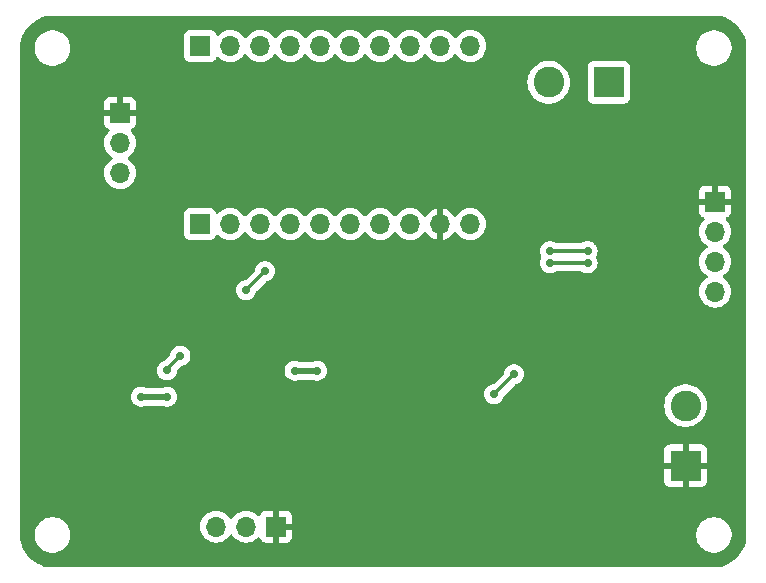
<source format=gbr>
%TF.GenerationSoftware,KiCad,Pcbnew,8.0.1*%
%TF.CreationDate,2024-11-24T12:48:57+07:00*%
%TF.ProjectId,TPMS,54504d53-2e6b-4696-9361-645f70636258,rev?*%
%TF.SameCoordinates,Original*%
%TF.FileFunction,Copper,L2,Bot*%
%TF.FilePolarity,Positive*%
%FSLAX46Y46*%
G04 Gerber Fmt 4.6, Leading zero omitted, Abs format (unit mm)*
G04 Created by KiCad (PCBNEW 8.0.1) date 2024-11-24 12:48:57*
%MOMM*%
%LPD*%
G01*
G04 APERTURE LIST*
%TA.AperFunction,ComponentPad*%
%ADD10R,1.700000X1.700000*%
%TD*%
%TA.AperFunction,ComponentPad*%
%ADD11O,1.700000X1.700000*%
%TD*%
%TA.AperFunction,ComponentPad*%
%ADD12R,2.600000X2.600000*%
%TD*%
%TA.AperFunction,ComponentPad*%
%ADD13C,2.600000*%
%TD*%
%TA.AperFunction,ViaPad*%
%ADD14C,0.700000*%
%TD*%
%TA.AperFunction,Conductor*%
%ADD15C,0.500000*%
%TD*%
%TA.AperFunction,Conductor*%
%ADD16C,0.300000*%
%TD*%
G04 APERTURE END LIST*
D10*
%TO.P,J7,1,Pin_1*%
%TO.N,unconnected-(J7-Pin_1-Pad1)*%
X140990000Y-78925000D03*
D11*
%TO.P,J7,2,Pin_2*%
%TO.N,unconnected-(J7-Pin_2-Pad2)*%
X143530000Y-78925000D03*
%TO.P,J7,3,Pin_3*%
%TO.N,SPI_MOSI*%
X146070000Y-78925000D03*
%TO.P,J7,4,Pin_4*%
%TO.N,SPI_MISO*%
X148610000Y-78925000D03*
%TO.P,J7,5,Pin_5*%
%TO.N,SPI_SCK*%
X151150000Y-78925000D03*
%TO.P,J7,6,Pin_6*%
%TO.N,unconnected-(J7-Pin_6-Pad6)*%
X153690000Y-78925000D03*
%TO.P,J7,7,Pin_7*%
%TO.N,unconnected-(J7-Pin_7-Pad7)*%
X156230000Y-78925000D03*
%TO.P,J7,8,Pin_8*%
%TO.N,unconnected-(J7-Pin_8-Pad8)*%
X158770000Y-78925000D03*
%TO.P,J7,9,Pin_9*%
%TO.N,unconnected-(J7-Pin_9-Pad9)*%
X161310000Y-78925000D03*
%TO.P,J7,10,Pin_10*%
%TO.N,unconnected-(J7-Pin_10-Pad10)*%
X163850000Y-78925000D03*
%TD*%
%TO.P,J6,10,Pin_10*%
%TO.N,unconnected-(J6-Pin_10-Pad10)*%
X163840000Y-94000000D03*
%TO.P,J6,9,Pin_9*%
%TO.N,GND*%
X161300000Y-94000000D03*
%TO.P,J6,8,Pin_8*%
%TO.N,+3.3V*%
X158760000Y-94000000D03*
%TO.P,J6,7,Pin_7*%
%TO.N,unconnected-(J6-Pin_7-Pad7)*%
X156220000Y-94000000D03*
%TO.P,J6,6,Pin_6*%
%TO.N,unconnected-(J6-Pin_6-Pad6)*%
X153680000Y-94000000D03*
%TO.P,J6,5,Pin_5*%
%TO.N,unconnected-(J6-Pin_5-Pad5)*%
X151140000Y-94000000D03*
%TO.P,J6,4,Pin_4*%
%TO.N,unconnected-(J6-Pin_4-Pad4)*%
X148600000Y-94000000D03*
%TO.P,J6,3,Pin_3*%
%TO.N,SPI_CS*%
X146060000Y-94000000D03*
%TO.P,J6,2,Pin_2*%
%TO.N,unconnected-(J6-Pin_2-Pad2)*%
X143520000Y-94000000D03*
D10*
%TO.P,J6,1,Pin_1*%
%TO.N,unconnected-(J6-Pin_1-Pad1)*%
X140980000Y-94000000D03*
%TD*%
%TO.P,J3,1,Pin_1*%
%TO.N,GND*%
X147420000Y-119620000D03*
D11*
%TO.P,J3,2,Pin_2*%
%TO.N,USART1_Rx*%
X144880000Y-119620000D03*
%TO.P,J3,3,Pin_3*%
%TO.N,USART1_Tx*%
X142340000Y-119620000D03*
%TD*%
D12*
%TO.P,J4,1,Pin_1*%
%TO.N,GND*%
X182085000Y-114465000D03*
D13*
%TO.P,J4,2,Pin_2*%
%TO.N,/Vin*%
X182085000Y-109385000D03*
%TD*%
D12*
%TO.P,J2,1,Pin_1*%
%TO.N,/CAN-*%
X175580000Y-82000000D03*
D13*
%TO.P,J2,2,Pin_2*%
%TO.N,/CAN+*%
X170500000Y-82000000D03*
%TD*%
D10*
%TO.P,J5,1,Pin_1*%
%TO.N,GND*%
X184580000Y-92100000D03*
D11*
%TO.P,J5,2,Pin_2*%
%TO.N,SWCLK*%
X184580000Y-94640000D03*
%TO.P,J5,3,Pin_3*%
%TO.N,SWDIO*%
X184580000Y-97180000D03*
%TO.P,J5,4,Pin_4*%
%TO.N,+3.3V*%
X184580000Y-99720000D03*
%TD*%
D10*
%TO.P,J1,1,Pin_1*%
%TO.N,GND*%
X134200000Y-84600000D03*
D11*
%TO.P,J1,2,Pin_2*%
%TO.N,BOOT*%
X134200000Y-87140000D03*
%TO.P,J1,3,Pin_3*%
%TO.N,+3.3V*%
X134200000Y-89680000D03*
%TD*%
D14*
%TO.N,GND*%
X135421382Y-103487245D03*
X139380000Y-99520000D03*
X144980000Y-104920000D03*
X136180000Y-100320000D03*
X168680000Y-100420000D03*
X140600000Y-117340000D03*
X129370000Y-111510000D03*
X132930000Y-104370000D03*
X142580000Y-113420000D03*
X136080000Y-111520000D03*
X148180000Y-101120000D03*
X158280000Y-105020000D03*
%TO.N,+3.3V*%
X150880000Y-106420000D03*
X148980000Y-106420000D03*
X138180000Y-108620000D03*
X135980000Y-108620000D03*
%TO.N,NRST*%
X139305000Y-105160316D03*
X138180000Y-106400000D03*
%TO.N,/POWER BOOT*%
X165880000Y-108420000D03*
X167570000Y-106730000D03*
%TO.N,SWDIO*%
X170580000Y-97300000D03*
X173780000Y-97300000D03*
%TO.N,SWCLK*%
X173780000Y-96300000D03*
X170580000Y-96300000D03*
%TO.N,CAN_S*%
X146480000Y-98000000D03*
X144880000Y-99600000D03*
%TD*%
D15*
%TO.N,+3.3V*%
X138180000Y-108620000D02*
X135980000Y-108620000D01*
X150880000Y-106420000D02*
X148980000Y-106420000D01*
D16*
%TO.N,NRST*%
X138180000Y-106285316D02*
X139305000Y-105160316D01*
X138180000Y-106400000D02*
X138180000Y-106285316D01*
%TO.N,/POWER BOOT*%
X165880000Y-108420000D02*
X167570000Y-106730000D01*
%TO.N,SWDIO*%
X170580000Y-97300000D02*
X173780000Y-97300000D01*
%TO.N,SWCLK*%
X173780000Y-96300000D02*
X170580000Y-96300000D01*
%TO.N,CAN_S*%
X144880000Y-99600000D02*
X146480000Y-98000000D01*
%TD*%
%TA.AperFunction,Conductor*%
%TO.N,GND*%
G36*
X184483472Y-76350695D02*
G01*
X184781049Y-76367407D01*
X184794850Y-76368962D01*
X185085127Y-76418282D01*
X185085245Y-76418302D01*
X185098802Y-76421396D01*
X185381846Y-76502940D01*
X185394972Y-76507533D01*
X185667111Y-76620257D01*
X185679618Y-76626281D01*
X185937396Y-76768751D01*
X185937427Y-76768768D01*
X185949189Y-76776158D01*
X186189433Y-76946621D01*
X186200293Y-76955282D01*
X186419918Y-77151552D01*
X186429751Y-77161384D01*
X186626028Y-77381019D01*
X186634698Y-77391891D01*
X186805145Y-77632116D01*
X186812543Y-77643890D01*
X186955024Y-77901693D01*
X186961057Y-77914222D01*
X187073772Y-78186344D01*
X187078365Y-78199469D01*
X187159907Y-78482515D01*
X187163001Y-78496072D01*
X187212338Y-78786458D01*
X187213895Y-78800276D01*
X187230624Y-79098200D01*
X187230819Y-79105156D01*
X187229501Y-120265829D01*
X187229500Y-120265847D01*
X187229500Y-120316519D01*
X187229305Y-120323472D01*
X187212602Y-120620893D01*
X187211045Y-120634711D01*
X187161730Y-120924953D01*
X187158636Y-120938510D01*
X187077133Y-121221413D01*
X187072540Y-121234537D01*
X186959879Y-121506527D01*
X186953846Y-121519056D01*
X186811436Y-121776726D01*
X186804038Y-121788500D01*
X186633676Y-122028604D01*
X186625006Y-122039476D01*
X186428830Y-122258997D01*
X186418997Y-122268830D01*
X186199476Y-122465006D01*
X186188604Y-122473676D01*
X185948500Y-122644038D01*
X185936726Y-122651436D01*
X185679056Y-122793846D01*
X185666527Y-122799879D01*
X185394537Y-122912540D01*
X185381413Y-122917133D01*
X185098510Y-122998636D01*
X185084953Y-123001730D01*
X184794711Y-123051045D01*
X184780893Y-123052602D01*
X184483472Y-123069305D01*
X184476519Y-123069500D01*
X128483481Y-123069500D01*
X128476528Y-123069305D01*
X128179106Y-123052602D01*
X128165288Y-123051045D01*
X127875046Y-123001730D01*
X127861489Y-122998636D01*
X127578586Y-122917133D01*
X127565462Y-122912540D01*
X127293472Y-122799879D01*
X127280943Y-122793846D01*
X127023273Y-122651436D01*
X127011499Y-122644038D01*
X126771395Y-122473676D01*
X126760523Y-122465006D01*
X126541002Y-122268830D01*
X126531169Y-122258997D01*
X126382627Y-122092779D01*
X126334993Y-122039476D01*
X126326323Y-122028604D01*
X126155961Y-121788500D01*
X126148563Y-121776726D01*
X126052737Y-121603343D01*
X126006149Y-121519049D01*
X126000120Y-121506527D01*
X125887459Y-121234537D01*
X125882866Y-121221413D01*
X125801363Y-120938510D01*
X125798269Y-120924953D01*
X125762101Y-120712086D01*
X125748953Y-120634703D01*
X125747397Y-120620900D01*
X125737132Y-120438097D01*
X126979500Y-120438097D01*
X127016446Y-120671368D01*
X127089433Y-120895996D01*
X127130024Y-120975659D01*
X127196657Y-121106433D01*
X127335483Y-121297510D01*
X127502490Y-121464517D01*
X127693567Y-121603343D01*
X127792991Y-121654002D01*
X127904003Y-121710566D01*
X127904005Y-121710566D01*
X127904008Y-121710568D01*
X128024412Y-121749689D01*
X128128631Y-121783553D01*
X128361903Y-121820500D01*
X128361908Y-121820500D01*
X128598097Y-121820500D01*
X128831368Y-121783553D01*
X128852379Y-121776726D01*
X129055992Y-121710568D01*
X129266433Y-121603343D01*
X129457510Y-121464517D01*
X129624517Y-121297510D01*
X129763343Y-121106433D01*
X129870568Y-120895992D01*
X129943553Y-120671368D01*
X129950446Y-120627846D01*
X129980500Y-120438097D01*
X129980500Y-120201902D01*
X129943553Y-119968631D01*
X129906763Y-119855403D01*
X129870568Y-119744008D01*
X129870566Y-119744005D01*
X129870566Y-119744003D01*
X129807383Y-119620000D01*
X140984341Y-119620000D01*
X141004936Y-119855403D01*
X141004938Y-119855413D01*
X141066094Y-120083655D01*
X141066096Y-120083659D01*
X141066097Y-120083663D01*
X141121233Y-120201902D01*
X141165965Y-120297830D01*
X141165967Y-120297834D01*
X141216337Y-120369769D01*
X141301505Y-120491401D01*
X141468599Y-120658495D01*
X141486984Y-120671368D01*
X141662165Y-120794032D01*
X141662167Y-120794033D01*
X141662170Y-120794035D01*
X141876337Y-120893903D01*
X142104592Y-120955063D01*
X142275319Y-120970000D01*
X142339999Y-120975659D01*
X142340000Y-120975659D01*
X142340001Y-120975659D01*
X142404681Y-120970000D01*
X142575408Y-120955063D01*
X142803663Y-120893903D01*
X143017830Y-120794035D01*
X143211401Y-120658495D01*
X143378495Y-120491401D01*
X143508425Y-120305842D01*
X143563002Y-120262217D01*
X143632500Y-120255023D01*
X143694855Y-120286546D01*
X143711575Y-120305842D01*
X143841500Y-120491395D01*
X143841505Y-120491401D01*
X144008599Y-120658495D01*
X144026984Y-120671368D01*
X144202165Y-120794032D01*
X144202167Y-120794033D01*
X144202170Y-120794035D01*
X144416337Y-120893903D01*
X144644592Y-120955063D01*
X144815319Y-120970000D01*
X144879999Y-120975659D01*
X144880000Y-120975659D01*
X144880001Y-120975659D01*
X144944681Y-120970000D01*
X145115408Y-120955063D01*
X145343663Y-120893903D01*
X145557830Y-120794035D01*
X145751401Y-120658495D01*
X145873717Y-120536178D01*
X145935036Y-120502696D01*
X146004728Y-120507680D01*
X146060662Y-120549551D01*
X146077577Y-120580528D01*
X146126646Y-120712088D01*
X146126649Y-120712093D01*
X146212809Y-120827187D01*
X146212812Y-120827190D01*
X146327906Y-120913350D01*
X146327913Y-120913354D01*
X146462620Y-120963596D01*
X146462627Y-120963598D01*
X146522155Y-120969999D01*
X146522172Y-120970000D01*
X147170000Y-120970000D01*
X147170000Y-120053012D01*
X147227007Y-120085925D01*
X147354174Y-120120000D01*
X147485826Y-120120000D01*
X147612993Y-120085925D01*
X147670000Y-120053012D01*
X147670000Y-120970000D01*
X148317828Y-120970000D01*
X148317844Y-120969999D01*
X148377372Y-120963598D01*
X148377379Y-120963596D01*
X148512086Y-120913354D01*
X148512093Y-120913350D01*
X148627187Y-120827190D01*
X148627190Y-120827187D01*
X148713350Y-120712093D01*
X148713354Y-120712086D01*
X148763596Y-120577379D01*
X148763598Y-120577372D01*
X148769999Y-120517844D01*
X148770000Y-120517827D01*
X148770000Y-120438097D01*
X182979500Y-120438097D01*
X183016446Y-120671368D01*
X183089433Y-120895996D01*
X183130024Y-120975659D01*
X183196657Y-121106433D01*
X183335483Y-121297510D01*
X183502490Y-121464517D01*
X183693567Y-121603343D01*
X183792991Y-121654002D01*
X183904003Y-121710566D01*
X183904005Y-121710566D01*
X183904008Y-121710568D01*
X184024412Y-121749689D01*
X184128631Y-121783553D01*
X184361903Y-121820500D01*
X184361908Y-121820500D01*
X184598097Y-121820500D01*
X184831368Y-121783553D01*
X184852379Y-121776726D01*
X185055992Y-121710568D01*
X185266433Y-121603343D01*
X185457510Y-121464517D01*
X185624517Y-121297510D01*
X185763343Y-121106433D01*
X185870568Y-120895992D01*
X185943553Y-120671368D01*
X185950446Y-120627846D01*
X185980500Y-120438097D01*
X185980500Y-120201902D01*
X185943553Y-119968631D01*
X185906763Y-119855403D01*
X185870568Y-119744008D01*
X185870566Y-119744005D01*
X185870566Y-119744003D01*
X185807382Y-119619999D01*
X185763343Y-119533567D01*
X185624517Y-119342490D01*
X185457510Y-119175483D01*
X185266433Y-119036657D01*
X185055996Y-118929433D01*
X184831368Y-118856446D01*
X184598097Y-118819500D01*
X184598092Y-118819500D01*
X184361908Y-118819500D01*
X184361903Y-118819500D01*
X184128631Y-118856446D01*
X183904003Y-118929433D01*
X183693566Y-119036657D01*
X183584550Y-119115862D01*
X183502490Y-119175483D01*
X183502488Y-119175485D01*
X183502487Y-119175485D01*
X183335485Y-119342487D01*
X183335485Y-119342488D01*
X183335483Y-119342490D01*
X183304894Y-119384592D01*
X183196657Y-119533566D01*
X183089433Y-119744003D01*
X183016446Y-119968631D01*
X182979500Y-120201902D01*
X182979500Y-120438097D01*
X148770000Y-120438097D01*
X148770000Y-119870000D01*
X147853012Y-119870000D01*
X147885925Y-119812993D01*
X147920000Y-119685826D01*
X147920000Y-119554174D01*
X147885925Y-119427007D01*
X147853012Y-119370000D01*
X148770000Y-119370000D01*
X148770000Y-118722172D01*
X148769999Y-118722155D01*
X148763598Y-118662627D01*
X148763596Y-118662620D01*
X148713354Y-118527913D01*
X148713350Y-118527906D01*
X148627190Y-118412812D01*
X148627187Y-118412809D01*
X148512093Y-118326649D01*
X148512086Y-118326645D01*
X148377379Y-118276403D01*
X148377372Y-118276401D01*
X148317844Y-118270000D01*
X147670000Y-118270000D01*
X147670000Y-119186988D01*
X147612993Y-119154075D01*
X147485826Y-119120000D01*
X147354174Y-119120000D01*
X147227007Y-119154075D01*
X147170000Y-119186988D01*
X147170000Y-118270000D01*
X146522155Y-118270000D01*
X146462627Y-118276401D01*
X146462620Y-118276403D01*
X146327913Y-118326645D01*
X146327906Y-118326649D01*
X146212812Y-118412809D01*
X146212809Y-118412812D01*
X146126649Y-118527906D01*
X146126645Y-118527913D01*
X146077578Y-118659470D01*
X146035707Y-118715404D01*
X145970242Y-118739821D01*
X145901969Y-118724969D01*
X145873715Y-118703819D01*
X145829366Y-118659470D01*
X145751401Y-118581505D01*
X145751397Y-118581502D01*
X145751396Y-118581501D01*
X145557834Y-118445967D01*
X145557830Y-118445965D01*
X145486727Y-118412809D01*
X145343663Y-118346097D01*
X145343659Y-118346096D01*
X145343655Y-118346094D01*
X145115413Y-118284938D01*
X145115403Y-118284936D01*
X144880001Y-118264341D01*
X144879999Y-118264341D01*
X144644596Y-118284936D01*
X144644586Y-118284938D01*
X144416344Y-118346094D01*
X144416335Y-118346098D01*
X144202171Y-118445964D01*
X144202169Y-118445965D01*
X144008597Y-118581505D01*
X143841505Y-118748597D01*
X143711575Y-118934158D01*
X143656998Y-118977783D01*
X143587500Y-118984977D01*
X143525145Y-118953454D01*
X143508425Y-118934158D01*
X143378494Y-118748597D01*
X143211402Y-118581506D01*
X143211395Y-118581501D01*
X143017834Y-118445967D01*
X143017830Y-118445965D01*
X142946727Y-118412809D01*
X142803663Y-118346097D01*
X142803659Y-118346096D01*
X142803655Y-118346094D01*
X142575413Y-118284938D01*
X142575403Y-118284936D01*
X142340001Y-118264341D01*
X142339999Y-118264341D01*
X142104596Y-118284936D01*
X142104586Y-118284938D01*
X141876344Y-118346094D01*
X141876335Y-118346098D01*
X141662171Y-118445964D01*
X141662169Y-118445965D01*
X141468597Y-118581505D01*
X141301505Y-118748597D01*
X141165965Y-118942169D01*
X141165964Y-118942171D01*
X141066098Y-119156335D01*
X141066094Y-119156344D01*
X141004938Y-119384586D01*
X141004936Y-119384596D01*
X140984341Y-119619999D01*
X140984341Y-119620000D01*
X129807383Y-119620000D01*
X129807382Y-119619999D01*
X129763343Y-119533567D01*
X129624517Y-119342490D01*
X129457510Y-119175483D01*
X129266433Y-119036657D01*
X129055996Y-118929433D01*
X128831368Y-118856446D01*
X128598097Y-118819500D01*
X128598092Y-118819500D01*
X128361908Y-118819500D01*
X128361903Y-118819500D01*
X128128631Y-118856446D01*
X127904003Y-118929433D01*
X127693566Y-119036657D01*
X127584550Y-119115862D01*
X127502490Y-119175483D01*
X127502488Y-119175485D01*
X127502487Y-119175485D01*
X127335485Y-119342487D01*
X127335485Y-119342488D01*
X127335483Y-119342490D01*
X127304894Y-119384592D01*
X127196657Y-119533566D01*
X127089433Y-119744003D01*
X127016446Y-119968631D01*
X126979500Y-120201902D01*
X126979500Y-120438097D01*
X125737132Y-120438097D01*
X125730695Y-120323472D01*
X125730501Y-120316485D01*
X125730506Y-120305842D01*
X125732542Y-115812844D01*
X180285000Y-115812844D01*
X180291401Y-115872372D01*
X180291403Y-115872379D01*
X180341645Y-116007086D01*
X180341649Y-116007093D01*
X180427809Y-116122187D01*
X180427812Y-116122190D01*
X180542906Y-116208350D01*
X180542913Y-116208354D01*
X180677620Y-116258596D01*
X180677627Y-116258598D01*
X180737155Y-116264999D01*
X180737172Y-116265000D01*
X181835000Y-116265000D01*
X181835000Y-115065001D01*
X181895402Y-115090021D01*
X182020981Y-115115000D01*
X182149019Y-115115000D01*
X182274598Y-115090021D01*
X182335000Y-115065001D01*
X182335000Y-116265000D01*
X183432828Y-116265000D01*
X183432844Y-116264999D01*
X183492372Y-116258598D01*
X183492379Y-116258596D01*
X183627086Y-116208354D01*
X183627093Y-116208350D01*
X183742187Y-116122190D01*
X183742190Y-116122187D01*
X183828350Y-116007093D01*
X183828354Y-116007086D01*
X183878596Y-115872379D01*
X183878598Y-115872372D01*
X183884999Y-115812844D01*
X183885000Y-115812827D01*
X183885000Y-114715000D01*
X182685001Y-114715000D01*
X182710021Y-114654598D01*
X182735000Y-114529019D01*
X182735000Y-114400981D01*
X182710021Y-114275402D01*
X182685001Y-114215000D01*
X183885000Y-114215000D01*
X183885000Y-113117172D01*
X183884999Y-113117155D01*
X183878598Y-113057627D01*
X183878596Y-113057620D01*
X183828354Y-112922913D01*
X183828350Y-112922906D01*
X183742190Y-112807812D01*
X183742187Y-112807809D01*
X183627093Y-112721649D01*
X183627086Y-112721645D01*
X183492379Y-112671403D01*
X183492372Y-112671401D01*
X183432844Y-112665000D01*
X182335000Y-112665000D01*
X182335000Y-113864998D01*
X182274598Y-113839979D01*
X182149019Y-113815000D01*
X182020981Y-113815000D01*
X181895402Y-113839979D01*
X181835000Y-113864998D01*
X181835000Y-112665000D01*
X180737155Y-112665000D01*
X180677627Y-112671401D01*
X180677620Y-112671403D01*
X180542913Y-112721645D01*
X180542906Y-112721649D01*
X180427812Y-112807809D01*
X180427809Y-112807812D01*
X180341649Y-112922906D01*
X180341645Y-112922913D01*
X180291403Y-113057620D01*
X180291401Y-113057627D01*
X180285000Y-113117155D01*
X180285000Y-114215000D01*
X181484999Y-114215000D01*
X181459979Y-114275402D01*
X181435000Y-114400981D01*
X181435000Y-114529019D01*
X181459979Y-114654598D01*
X181484999Y-114715000D01*
X180285000Y-114715000D01*
X180285000Y-115812844D01*
X125732542Y-115812844D01*
X125735802Y-108620000D01*
X135124815Y-108620000D01*
X135143503Y-108797805D01*
X135143504Y-108797807D01*
X135198747Y-108967829D01*
X135198750Y-108967835D01*
X135288141Y-109122665D01*
X135322307Y-109160610D01*
X135407764Y-109255521D01*
X135407767Y-109255523D01*
X135407770Y-109255526D01*
X135552407Y-109360612D01*
X135715733Y-109433329D01*
X135890609Y-109470500D01*
X135890610Y-109470500D01*
X136069389Y-109470500D01*
X136069391Y-109470500D01*
X136244267Y-109433329D01*
X136361306Y-109381219D01*
X136411741Y-109370500D01*
X137748259Y-109370500D01*
X137798693Y-109381219D01*
X137915733Y-109433329D01*
X138090609Y-109470500D01*
X138090610Y-109470500D01*
X138269389Y-109470500D01*
X138269391Y-109470500D01*
X138444267Y-109433329D01*
X138552807Y-109385004D01*
X180279451Y-109385004D01*
X180299616Y-109654101D01*
X180359664Y-109917188D01*
X180359666Y-109917195D01*
X180458257Y-110168398D01*
X180593185Y-110402102D01*
X180729080Y-110572509D01*
X180761442Y-110613089D01*
X180948183Y-110786358D01*
X180959259Y-110796635D01*
X181182226Y-110948651D01*
X181425359Y-111065738D01*
X181683228Y-111145280D01*
X181683229Y-111145280D01*
X181683232Y-111145281D01*
X181950063Y-111185499D01*
X181950068Y-111185499D01*
X181950071Y-111185500D01*
X181950072Y-111185500D01*
X182219928Y-111185500D01*
X182219929Y-111185500D01*
X182219936Y-111185499D01*
X182486767Y-111145281D01*
X182486768Y-111145280D01*
X182486772Y-111145280D01*
X182744641Y-111065738D01*
X182987775Y-110948651D01*
X183210741Y-110796635D01*
X183408561Y-110613085D01*
X183576815Y-110402102D01*
X183711743Y-110168398D01*
X183810334Y-109917195D01*
X183870383Y-109654103D01*
X183884142Y-109470500D01*
X183890549Y-109385004D01*
X183890549Y-109384995D01*
X183870383Y-109115898D01*
X183870383Y-109115897D01*
X183810334Y-108852805D01*
X183711743Y-108601602D01*
X183576815Y-108367898D01*
X183408561Y-108156915D01*
X183408560Y-108156914D01*
X183408557Y-108156910D01*
X183210741Y-107973365D01*
X182987775Y-107821349D01*
X182987769Y-107821346D01*
X182987768Y-107821345D01*
X182987767Y-107821344D01*
X182744643Y-107704263D01*
X182744645Y-107704263D01*
X182486773Y-107624720D01*
X182486767Y-107624718D01*
X182219936Y-107584500D01*
X182219929Y-107584500D01*
X181950071Y-107584500D01*
X181950063Y-107584500D01*
X181683232Y-107624718D01*
X181683226Y-107624720D01*
X181425358Y-107704262D01*
X181182230Y-107821346D01*
X180959258Y-107973365D01*
X180761442Y-108156910D01*
X180593185Y-108367898D01*
X180458258Y-108601599D01*
X180458256Y-108601603D01*
X180359666Y-108852804D01*
X180359664Y-108852811D01*
X180299616Y-109115898D01*
X180279451Y-109384995D01*
X180279451Y-109385004D01*
X138552807Y-109385004D01*
X138607593Y-109360612D01*
X138752230Y-109255526D01*
X138871859Y-109122665D01*
X138961250Y-108967835D01*
X139016497Y-108797803D01*
X139035185Y-108620000D01*
X139016497Y-108442197D01*
X139009285Y-108420000D01*
X165024815Y-108420000D01*
X165043503Y-108597805D01*
X165043504Y-108597807D01*
X165098747Y-108767829D01*
X165098750Y-108767835D01*
X165188141Y-108922665D01*
X165228807Y-108967829D01*
X165307764Y-109055521D01*
X165307767Y-109055523D01*
X165307770Y-109055526D01*
X165452407Y-109160612D01*
X165615733Y-109233329D01*
X165790609Y-109270500D01*
X165790610Y-109270500D01*
X165969389Y-109270500D01*
X165969391Y-109270500D01*
X166144267Y-109233329D01*
X166307593Y-109160612D01*
X166452230Y-109055526D01*
X166571859Y-108922665D01*
X166661250Y-108767835D01*
X166716497Y-108597803D01*
X166722988Y-108536036D01*
X166749571Y-108471423D01*
X166758619Y-108461325D01*
X167608092Y-107611853D01*
X167669413Y-107578370D01*
X167669477Y-107578356D01*
X167834267Y-107543329D01*
X167997593Y-107470612D01*
X168142230Y-107365526D01*
X168261859Y-107232665D01*
X168351250Y-107077835D01*
X168406497Y-106907803D01*
X168425185Y-106730000D01*
X168406497Y-106552197D01*
X168378873Y-106467181D01*
X168351252Y-106382170D01*
X168351249Y-106382164D01*
X168323672Y-106334399D01*
X168261859Y-106227335D01*
X168215003Y-106175296D01*
X168142235Y-106094478D01*
X168142232Y-106094476D01*
X168142231Y-106094475D01*
X168142230Y-106094474D01*
X167997593Y-105989388D01*
X167834267Y-105916671D01*
X167834265Y-105916670D01*
X167706594Y-105889533D01*
X167659391Y-105879500D01*
X167480609Y-105879500D01*
X167449954Y-105886015D01*
X167305733Y-105916670D01*
X167305728Y-105916672D01*
X167142408Y-105989387D01*
X166997768Y-106094475D01*
X166878140Y-106227336D01*
X166788750Y-106382164D01*
X166788747Y-106382170D01*
X166733504Y-106552192D01*
X166733503Y-106552194D01*
X166727011Y-106613963D01*
X166700425Y-106678577D01*
X166691371Y-106688681D01*
X165841909Y-107538144D01*
X165780586Y-107571629D01*
X165780009Y-107571753D01*
X165615733Y-107606670D01*
X165615728Y-107606672D01*
X165452408Y-107679387D01*
X165307768Y-107784475D01*
X165188140Y-107917336D01*
X165098750Y-108072164D01*
X165098747Y-108072170D01*
X165043504Y-108242192D01*
X165043503Y-108242194D01*
X165024815Y-108420000D01*
X139009285Y-108420000D01*
X138961250Y-108272165D01*
X138871859Y-108117335D01*
X138825003Y-108065296D01*
X138752235Y-107984478D01*
X138752232Y-107984476D01*
X138752231Y-107984475D01*
X138752230Y-107984474D01*
X138607593Y-107879388D01*
X138444267Y-107806671D01*
X138444265Y-107806670D01*
X138316594Y-107779533D01*
X138269391Y-107769500D01*
X138090609Y-107769500D01*
X138059954Y-107776015D01*
X137915733Y-107806670D01*
X137798694Y-107858780D01*
X137748259Y-107869500D01*
X136411741Y-107869500D01*
X136361306Y-107858780D01*
X136244267Y-107806671D01*
X136244265Y-107806670D01*
X136116594Y-107779533D01*
X136069391Y-107769500D01*
X135890609Y-107769500D01*
X135859954Y-107776015D01*
X135715733Y-107806670D01*
X135715728Y-107806672D01*
X135552408Y-107879387D01*
X135407768Y-107984475D01*
X135288140Y-108117336D01*
X135198750Y-108272164D01*
X135198747Y-108272170D01*
X135143504Y-108442192D01*
X135143503Y-108442194D01*
X135124815Y-108620000D01*
X125735802Y-108620000D01*
X125736808Y-106400000D01*
X137324815Y-106400000D01*
X137343503Y-106577805D01*
X137343504Y-106577807D01*
X137398747Y-106747829D01*
X137398750Y-106747835D01*
X137488141Y-106902665D01*
X137529812Y-106948946D01*
X137607764Y-107035521D01*
X137607767Y-107035523D01*
X137607770Y-107035526D01*
X137752407Y-107140612D01*
X137915733Y-107213329D01*
X138090609Y-107250500D01*
X138090610Y-107250500D01*
X138269389Y-107250500D01*
X138269391Y-107250500D01*
X138444267Y-107213329D01*
X138607593Y-107140612D01*
X138752230Y-107035526D01*
X138871859Y-106902665D01*
X138961250Y-106747835D01*
X139016497Y-106577803D01*
X139033083Y-106420000D01*
X148124815Y-106420000D01*
X148143503Y-106597805D01*
X148143504Y-106597807D01*
X148198747Y-106767829D01*
X148198750Y-106767835D01*
X148288141Y-106922665D01*
X148329812Y-106968946D01*
X148407764Y-107055521D01*
X148407767Y-107055523D01*
X148407770Y-107055526D01*
X148552407Y-107160612D01*
X148715733Y-107233329D01*
X148890609Y-107270500D01*
X148890610Y-107270500D01*
X149069389Y-107270500D01*
X149069391Y-107270500D01*
X149244267Y-107233329D01*
X149361306Y-107181219D01*
X149411741Y-107170500D01*
X150448259Y-107170500D01*
X150498693Y-107181219D01*
X150615733Y-107233329D01*
X150790609Y-107270500D01*
X150790610Y-107270500D01*
X150969389Y-107270500D01*
X150969391Y-107270500D01*
X151144267Y-107233329D01*
X151307593Y-107160612D01*
X151452230Y-107055526D01*
X151571859Y-106922665D01*
X151661250Y-106767835D01*
X151716497Y-106597803D01*
X151735185Y-106420000D01*
X151716497Y-106242197D01*
X151668500Y-106094478D01*
X151661252Y-106072170D01*
X151661249Y-106072164D01*
X151571859Y-105917335D01*
X151525003Y-105865296D01*
X151452235Y-105784478D01*
X151452232Y-105784476D01*
X151452231Y-105784475D01*
X151452230Y-105784474D01*
X151307593Y-105679388D01*
X151144267Y-105606671D01*
X151144265Y-105606670D01*
X151016594Y-105579533D01*
X150969391Y-105569500D01*
X150790609Y-105569500D01*
X150764390Y-105575073D01*
X150615733Y-105606670D01*
X150498694Y-105658780D01*
X150448259Y-105669500D01*
X149411741Y-105669500D01*
X149361306Y-105658780D01*
X149244267Y-105606671D01*
X149244265Y-105606670D01*
X149116594Y-105579533D01*
X149069391Y-105569500D01*
X148890609Y-105569500D01*
X148864390Y-105575073D01*
X148715733Y-105606670D01*
X148715728Y-105606672D01*
X148552408Y-105679387D01*
X148407768Y-105784475D01*
X148288140Y-105917336D01*
X148198750Y-106072164D01*
X148198747Y-106072170D01*
X148143504Y-106242192D01*
X148143503Y-106242194D01*
X148124815Y-106420000D01*
X139033083Y-106420000D01*
X139035185Y-106400000D01*
X139035184Y-106399998D01*
X139035864Y-106393536D01*
X139037456Y-106393703D01*
X139054870Y-106334399D01*
X139071504Y-106313757D01*
X139163069Y-106222192D01*
X139343093Y-106042168D01*
X139404412Y-106008686D01*
X139404419Y-106008684D01*
X139569267Y-105973645D01*
X139732593Y-105900928D01*
X139877230Y-105795842D01*
X139887463Y-105784478D01*
X139905474Y-105764474D01*
X139996859Y-105662981D01*
X140086250Y-105508151D01*
X140141497Y-105338119D01*
X140160185Y-105160316D01*
X140141497Y-104982513D01*
X140086250Y-104812481D01*
X139996859Y-104657651D01*
X139950003Y-104605612D01*
X139877235Y-104524794D01*
X139877232Y-104524792D01*
X139877231Y-104524791D01*
X139877230Y-104524790D01*
X139732593Y-104419704D01*
X139569267Y-104346987D01*
X139569265Y-104346986D01*
X139441594Y-104319849D01*
X139394391Y-104309816D01*
X139215609Y-104309816D01*
X139184954Y-104316331D01*
X139040733Y-104346986D01*
X139040728Y-104346988D01*
X138877408Y-104419703D01*
X138732768Y-104524791D01*
X138613140Y-104657652D01*
X138523750Y-104812480D01*
X138523747Y-104812486D01*
X138468504Y-104982508D01*
X138468503Y-104982510D01*
X138462011Y-105044279D01*
X138435425Y-105108893D01*
X138426371Y-105118997D01*
X137996268Y-105549100D01*
X137934945Y-105582585D01*
X137934372Y-105582709D01*
X137915728Y-105586672D01*
X137752408Y-105659387D01*
X137607768Y-105764475D01*
X137488140Y-105897336D01*
X137398750Y-106052164D01*
X137398747Y-106052170D01*
X137343504Y-106222192D01*
X137343503Y-106222194D01*
X137324815Y-106400000D01*
X125736808Y-106400000D01*
X125739889Y-99600000D01*
X144024815Y-99600000D01*
X144043503Y-99777805D01*
X144043504Y-99777807D01*
X144098747Y-99947829D01*
X144098750Y-99947835D01*
X144188141Y-100102665D01*
X144229812Y-100148946D01*
X144307764Y-100235521D01*
X144307767Y-100235523D01*
X144307770Y-100235526D01*
X144452407Y-100340612D01*
X144615733Y-100413329D01*
X144790609Y-100450500D01*
X144790610Y-100450500D01*
X144969389Y-100450500D01*
X144969391Y-100450500D01*
X145144267Y-100413329D01*
X145307593Y-100340612D01*
X145452230Y-100235526D01*
X145571859Y-100102665D01*
X145661250Y-99947835D01*
X145716497Y-99777803D01*
X145722571Y-99720000D01*
X183224341Y-99720000D01*
X183244936Y-99955403D01*
X183244938Y-99955413D01*
X183306094Y-100183655D01*
X183306096Y-100183659D01*
X183306097Y-100183663D01*
X183379283Y-100340610D01*
X183405965Y-100397830D01*
X183405967Y-100397834D01*
X183514281Y-100552521D01*
X183541505Y-100591401D01*
X183708599Y-100758495D01*
X183805384Y-100826265D01*
X183902165Y-100894032D01*
X183902167Y-100894033D01*
X183902170Y-100894035D01*
X184116337Y-100993903D01*
X184344592Y-101055063D01*
X184532918Y-101071539D01*
X184579999Y-101075659D01*
X184580000Y-101075659D01*
X184580001Y-101075659D01*
X184619234Y-101072226D01*
X184815408Y-101055063D01*
X185043663Y-100993903D01*
X185257830Y-100894035D01*
X185451401Y-100758495D01*
X185618495Y-100591401D01*
X185754035Y-100397830D01*
X185853903Y-100183663D01*
X185915063Y-99955408D01*
X185935659Y-99720000D01*
X185915063Y-99484592D01*
X185853903Y-99256337D01*
X185754035Y-99042171D01*
X185699632Y-98964474D01*
X185618494Y-98848597D01*
X185451402Y-98681506D01*
X185451396Y-98681501D01*
X185265842Y-98551575D01*
X185222217Y-98496998D01*
X185215023Y-98427500D01*
X185246546Y-98365145D01*
X185265842Y-98348425D01*
X185288026Y-98332891D01*
X185451401Y-98218495D01*
X185618495Y-98051401D01*
X185754035Y-97857830D01*
X185853903Y-97643663D01*
X185915063Y-97415408D01*
X185935659Y-97180000D01*
X185915063Y-96944592D01*
X185853903Y-96716337D01*
X185754035Y-96502171D01*
X185736976Y-96477807D01*
X185618494Y-96308597D01*
X185451402Y-96141506D01*
X185451396Y-96141501D01*
X185265842Y-96011575D01*
X185222217Y-95956998D01*
X185215023Y-95887500D01*
X185246546Y-95825145D01*
X185265842Y-95808425D01*
X185288026Y-95792891D01*
X185451401Y-95678495D01*
X185618495Y-95511401D01*
X185754035Y-95317830D01*
X185853903Y-95103663D01*
X185915063Y-94875408D01*
X185935659Y-94640000D01*
X185915063Y-94404592D01*
X185853903Y-94176337D01*
X185754035Y-93962171D01*
X185734431Y-93934174D01*
X185618496Y-93768600D01*
X185614482Y-93764586D01*
X185496179Y-93646283D01*
X185462696Y-93584963D01*
X185467680Y-93515271D01*
X185509551Y-93459337D01*
X185540529Y-93442422D01*
X185672086Y-93393354D01*
X185672093Y-93393350D01*
X185787187Y-93307190D01*
X185787190Y-93307187D01*
X185873350Y-93192093D01*
X185873354Y-93192086D01*
X185923596Y-93057379D01*
X185923598Y-93057372D01*
X185929999Y-92997844D01*
X185930000Y-92997827D01*
X185930000Y-92350000D01*
X185013012Y-92350000D01*
X185045925Y-92292993D01*
X185080000Y-92165826D01*
X185080000Y-92034174D01*
X185045925Y-91907007D01*
X185013012Y-91850000D01*
X185930000Y-91850000D01*
X185930000Y-91202172D01*
X185929999Y-91202155D01*
X185923598Y-91142627D01*
X185923596Y-91142620D01*
X185873354Y-91007913D01*
X185873350Y-91007906D01*
X185787190Y-90892812D01*
X185787187Y-90892809D01*
X185672093Y-90806649D01*
X185672086Y-90806645D01*
X185537379Y-90756403D01*
X185537372Y-90756401D01*
X185477844Y-90750000D01*
X184830000Y-90750000D01*
X184830000Y-91666988D01*
X184772993Y-91634075D01*
X184645826Y-91600000D01*
X184514174Y-91600000D01*
X184387007Y-91634075D01*
X184330000Y-91666988D01*
X184330000Y-90750000D01*
X183682155Y-90750000D01*
X183622627Y-90756401D01*
X183622620Y-90756403D01*
X183487913Y-90806645D01*
X183487906Y-90806649D01*
X183372812Y-90892809D01*
X183372809Y-90892812D01*
X183286649Y-91007906D01*
X183286645Y-91007913D01*
X183236403Y-91142620D01*
X183236401Y-91142627D01*
X183230000Y-91202155D01*
X183230000Y-91850000D01*
X184146988Y-91850000D01*
X184114075Y-91907007D01*
X184080000Y-92034174D01*
X184080000Y-92165826D01*
X184114075Y-92292993D01*
X184146988Y-92350000D01*
X183230000Y-92350000D01*
X183230000Y-92997844D01*
X183236401Y-93057372D01*
X183236403Y-93057379D01*
X183286645Y-93192086D01*
X183286649Y-93192093D01*
X183372809Y-93307187D01*
X183372812Y-93307190D01*
X183487906Y-93393350D01*
X183487913Y-93393354D01*
X183619470Y-93442421D01*
X183675403Y-93484292D01*
X183699821Y-93549756D01*
X183684970Y-93618029D01*
X183663819Y-93646284D01*
X183541503Y-93768600D01*
X183405965Y-93962169D01*
X183405964Y-93962171D01*
X183306098Y-94176335D01*
X183306094Y-94176344D01*
X183244938Y-94404586D01*
X183244936Y-94404596D01*
X183224341Y-94639999D01*
X183224341Y-94640000D01*
X183244936Y-94875403D01*
X183244938Y-94875413D01*
X183306094Y-95103655D01*
X183306096Y-95103659D01*
X183306097Y-95103663D01*
X183385482Y-95273905D01*
X183405965Y-95317830D01*
X183405967Y-95317834D01*
X183541501Y-95511395D01*
X183541506Y-95511402D01*
X183708597Y-95678493D01*
X183708603Y-95678498D01*
X183894158Y-95808425D01*
X183937783Y-95863002D01*
X183944977Y-95932500D01*
X183913454Y-95994855D01*
X183894158Y-96011575D01*
X183708597Y-96141505D01*
X183541505Y-96308597D01*
X183405965Y-96502169D01*
X183405964Y-96502171D01*
X183306098Y-96716335D01*
X183306094Y-96716344D01*
X183244938Y-96944586D01*
X183244936Y-96944596D01*
X183224341Y-97179999D01*
X183224341Y-97180000D01*
X183244936Y-97415403D01*
X183244938Y-97415413D01*
X183306094Y-97643655D01*
X183306096Y-97643659D01*
X183306097Y-97643663D01*
X183310062Y-97652165D01*
X183405965Y-97857830D01*
X183405967Y-97857834D01*
X183505514Y-98000000D01*
X183533950Y-98040612D01*
X183541501Y-98051395D01*
X183541506Y-98051402D01*
X183708597Y-98218493D01*
X183708603Y-98218498D01*
X183894158Y-98348425D01*
X183937783Y-98403002D01*
X183944977Y-98472500D01*
X183913454Y-98534855D01*
X183894158Y-98551575D01*
X183708597Y-98681505D01*
X183541505Y-98848597D01*
X183405965Y-99042169D01*
X183405964Y-99042171D01*
X183306098Y-99256335D01*
X183306094Y-99256344D01*
X183244938Y-99484586D01*
X183244936Y-99484596D01*
X183224341Y-99719999D01*
X183224341Y-99720000D01*
X145722571Y-99720000D01*
X145722988Y-99716036D01*
X145749571Y-99651423D01*
X145758619Y-99641325D01*
X146518092Y-98881853D01*
X146579413Y-98848370D01*
X146579477Y-98848356D01*
X146744267Y-98813329D01*
X146907593Y-98740612D01*
X147052230Y-98635526D01*
X147171859Y-98502665D01*
X147261250Y-98347835D01*
X147316497Y-98177803D01*
X147335185Y-98000000D01*
X147316497Y-97822197D01*
X147261250Y-97652165D01*
X147171859Y-97497335D01*
X147098096Y-97415413D01*
X147052235Y-97364478D01*
X147052232Y-97364476D01*
X147052231Y-97364475D01*
X147052230Y-97364474D01*
X146963490Y-97300000D01*
X169724815Y-97300000D01*
X169743503Y-97477805D01*
X169743504Y-97477807D01*
X169798747Y-97647829D01*
X169798750Y-97647835D01*
X169888141Y-97802665D01*
X169905728Y-97822197D01*
X170007764Y-97935521D01*
X170007767Y-97935523D01*
X170007770Y-97935526D01*
X170152407Y-98040612D01*
X170315733Y-98113329D01*
X170490609Y-98150500D01*
X170490610Y-98150500D01*
X170669389Y-98150500D01*
X170669391Y-98150500D01*
X170844267Y-98113329D01*
X171007593Y-98040612D01*
X171099025Y-97974182D01*
X171164831Y-97950702D01*
X171171911Y-97950500D01*
X173188089Y-97950500D01*
X173255128Y-97970185D01*
X173260976Y-97974182D01*
X173352407Y-98040612D01*
X173515733Y-98113329D01*
X173690609Y-98150500D01*
X173690610Y-98150500D01*
X173869389Y-98150500D01*
X173869391Y-98150500D01*
X174044267Y-98113329D01*
X174207593Y-98040612D01*
X174352230Y-97935526D01*
X174471859Y-97802665D01*
X174561250Y-97647835D01*
X174616497Y-97477803D01*
X174635185Y-97300000D01*
X174616497Y-97122197D01*
X174561250Y-96952165D01*
X174509190Y-96861996D01*
X174492719Y-96794101D01*
X174509190Y-96738004D01*
X174561250Y-96647835D01*
X174616497Y-96477803D01*
X174635185Y-96300000D01*
X174616497Y-96122197D01*
X174575121Y-95994855D01*
X174561252Y-95952170D01*
X174561249Y-95952164D01*
X174536906Y-95910000D01*
X174471859Y-95797335D01*
X174425003Y-95745296D01*
X174352235Y-95664478D01*
X174352232Y-95664476D01*
X174352231Y-95664475D01*
X174352230Y-95664474D01*
X174207593Y-95559388D01*
X174044267Y-95486671D01*
X174044265Y-95486670D01*
X173916594Y-95459533D01*
X173869391Y-95449500D01*
X173690609Y-95449500D01*
X173659954Y-95456015D01*
X173515733Y-95486670D01*
X173515728Y-95486672D01*
X173352408Y-95559388D01*
X173352403Y-95559390D01*
X173260974Y-95625818D01*
X173195168Y-95649298D01*
X173188089Y-95649500D01*
X171171911Y-95649500D01*
X171104872Y-95629815D01*
X171099025Y-95625818D01*
X171083803Y-95614758D01*
X171007593Y-95559388D01*
X170844267Y-95486671D01*
X170844265Y-95486670D01*
X170716594Y-95459533D01*
X170669391Y-95449500D01*
X170490609Y-95449500D01*
X170459954Y-95456015D01*
X170315733Y-95486670D01*
X170315728Y-95486672D01*
X170152408Y-95559387D01*
X170007768Y-95664475D01*
X169888140Y-95797336D01*
X169798750Y-95952164D01*
X169798747Y-95952170D01*
X169743504Y-96122192D01*
X169743503Y-96122194D01*
X169724815Y-96300000D01*
X169743503Y-96477805D01*
X169743504Y-96477807D01*
X169798750Y-96647836D01*
X169850806Y-96738000D01*
X169867279Y-96805900D01*
X169850806Y-96862000D01*
X169798750Y-96952163D01*
X169743504Y-97122192D01*
X169743503Y-97122194D01*
X169724815Y-97300000D01*
X146963490Y-97300000D01*
X146907593Y-97259388D01*
X146744267Y-97186671D01*
X146744265Y-97186670D01*
X146616594Y-97159533D01*
X146569391Y-97149500D01*
X146390609Y-97149500D01*
X146359954Y-97156015D01*
X146215733Y-97186670D01*
X146215728Y-97186672D01*
X146052408Y-97259387D01*
X145907768Y-97364475D01*
X145788140Y-97497336D01*
X145698750Y-97652164D01*
X145698747Y-97652170D01*
X145643504Y-97822192D01*
X145643503Y-97822194D01*
X145637011Y-97883963D01*
X145610425Y-97948577D01*
X145601371Y-97958681D01*
X144841909Y-98718144D01*
X144780586Y-98751629D01*
X144780009Y-98751753D01*
X144615733Y-98786670D01*
X144615728Y-98786672D01*
X144452408Y-98859387D01*
X144307768Y-98964475D01*
X144188140Y-99097336D01*
X144098750Y-99252164D01*
X144098747Y-99252170D01*
X144043504Y-99422192D01*
X144043503Y-99422194D01*
X144024815Y-99600000D01*
X125739889Y-99600000D01*
X125742020Y-94897870D01*
X139629500Y-94897870D01*
X139629501Y-94897876D01*
X139635908Y-94957483D01*
X139686202Y-95092328D01*
X139686206Y-95092335D01*
X139772452Y-95207544D01*
X139772455Y-95207547D01*
X139887664Y-95293793D01*
X139887671Y-95293797D01*
X140022517Y-95344091D01*
X140022516Y-95344091D01*
X140029444Y-95344835D01*
X140082127Y-95350500D01*
X141877872Y-95350499D01*
X141937483Y-95344091D01*
X142072331Y-95293796D01*
X142187546Y-95207546D01*
X142273796Y-95092331D01*
X142322810Y-94960916D01*
X142364681Y-94904984D01*
X142430145Y-94880566D01*
X142498418Y-94895417D01*
X142526673Y-94916569D01*
X142648599Y-95038495D01*
X142741657Y-95103655D01*
X142842165Y-95174032D01*
X142842167Y-95174033D01*
X142842170Y-95174035D01*
X143056337Y-95273903D01*
X143284592Y-95335063D01*
X143461034Y-95350500D01*
X143519999Y-95355659D01*
X143520000Y-95355659D01*
X143520001Y-95355659D01*
X143578966Y-95350500D01*
X143755408Y-95335063D01*
X143983663Y-95273903D01*
X144197830Y-95174035D01*
X144391401Y-95038495D01*
X144558495Y-94871401D01*
X144688425Y-94685842D01*
X144743002Y-94642217D01*
X144812500Y-94635023D01*
X144874855Y-94666546D01*
X144891575Y-94685842D01*
X145021500Y-94871395D01*
X145021505Y-94871401D01*
X145188599Y-95038495D01*
X145281657Y-95103655D01*
X145382165Y-95174032D01*
X145382167Y-95174033D01*
X145382170Y-95174035D01*
X145596337Y-95273903D01*
X145824592Y-95335063D01*
X146001034Y-95350500D01*
X146059999Y-95355659D01*
X146060000Y-95355659D01*
X146060001Y-95355659D01*
X146118966Y-95350500D01*
X146295408Y-95335063D01*
X146523663Y-95273903D01*
X146737830Y-95174035D01*
X146931401Y-95038495D01*
X147098495Y-94871401D01*
X147228425Y-94685842D01*
X147283002Y-94642217D01*
X147352500Y-94635023D01*
X147414855Y-94666546D01*
X147431575Y-94685842D01*
X147561500Y-94871395D01*
X147561505Y-94871401D01*
X147728599Y-95038495D01*
X147821657Y-95103655D01*
X147922165Y-95174032D01*
X147922167Y-95174033D01*
X147922170Y-95174035D01*
X148136337Y-95273903D01*
X148364592Y-95335063D01*
X148541034Y-95350500D01*
X148599999Y-95355659D01*
X148600000Y-95355659D01*
X148600001Y-95355659D01*
X148658966Y-95350500D01*
X148835408Y-95335063D01*
X149063663Y-95273903D01*
X149277830Y-95174035D01*
X149471401Y-95038495D01*
X149638495Y-94871401D01*
X149768425Y-94685842D01*
X149823002Y-94642217D01*
X149892500Y-94635023D01*
X149954855Y-94666546D01*
X149971575Y-94685842D01*
X150101500Y-94871395D01*
X150101505Y-94871401D01*
X150268599Y-95038495D01*
X150361657Y-95103655D01*
X150462165Y-95174032D01*
X150462167Y-95174033D01*
X150462170Y-95174035D01*
X150676337Y-95273903D01*
X150904592Y-95335063D01*
X151081034Y-95350500D01*
X151139999Y-95355659D01*
X151140000Y-95355659D01*
X151140001Y-95355659D01*
X151198966Y-95350500D01*
X151375408Y-95335063D01*
X151603663Y-95273903D01*
X151817830Y-95174035D01*
X152011401Y-95038495D01*
X152178495Y-94871401D01*
X152308425Y-94685842D01*
X152363002Y-94642217D01*
X152432500Y-94635023D01*
X152494855Y-94666546D01*
X152511575Y-94685842D01*
X152641500Y-94871395D01*
X152641505Y-94871401D01*
X152808599Y-95038495D01*
X152901657Y-95103655D01*
X153002165Y-95174032D01*
X153002167Y-95174033D01*
X153002170Y-95174035D01*
X153216337Y-95273903D01*
X153444592Y-95335063D01*
X153621034Y-95350500D01*
X153679999Y-95355659D01*
X153680000Y-95355659D01*
X153680001Y-95355659D01*
X153738966Y-95350500D01*
X153915408Y-95335063D01*
X154143663Y-95273903D01*
X154357830Y-95174035D01*
X154551401Y-95038495D01*
X154718495Y-94871401D01*
X154848425Y-94685842D01*
X154903002Y-94642217D01*
X154972500Y-94635023D01*
X155034855Y-94666546D01*
X155051575Y-94685842D01*
X155181500Y-94871395D01*
X155181505Y-94871401D01*
X155348599Y-95038495D01*
X155441657Y-95103655D01*
X155542165Y-95174032D01*
X155542167Y-95174033D01*
X155542170Y-95174035D01*
X155756337Y-95273903D01*
X155984592Y-95335063D01*
X156161034Y-95350500D01*
X156219999Y-95355659D01*
X156220000Y-95355659D01*
X156220001Y-95355659D01*
X156278966Y-95350500D01*
X156455408Y-95335063D01*
X156683663Y-95273903D01*
X156897830Y-95174035D01*
X157091401Y-95038495D01*
X157258495Y-94871401D01*
X157388425Y-94685842D01*
X157443002Y-94642217D01*
X157512500Y-94635023D01*
X157574855Y-94666546D01*
X157591575Y-94685842D01*
X157721500Y-94871395D01*
X157721505Y-94871401D01*
X157888599Y-95038495D01*
X157981657Y-95103655D01*
X158082165Y-95174032D01*
X158082167Y-95174033D01*
X158082170Y-95174035D01*
X158296337Y-95273903D01*
X158524592Y-95335063D01*
X158701034Y-95350500D01*
X158759999Y-95355659D01*
X158760000Y-95355659D01*
X158760001Y-95355659D01*
X158818966Y-95350500D01*
X158995408Y-95335063D01*
X159223663Y-95273903D01*
X159437830Y-95174035D01*
X159631401Y-95038495D01*
X159798495Y-94871401D01*
X159928730Y-94685405D01*
X159983307Y-94641781D01*
X160052805Y-94634587D01*
X160115160Y-94666110D01*
X160131879Y-94685405D01*
X160261890Y-94871078D01*
X160428917Y-95038105D01*
X160622421Y-95173600D01*
X160836507Y-95273429D01*
X160836516Y-95273433D01*
X161050000Y-95330634D01*
X161050000Y-94433012D01*
X161107007Y-94465925D01*
X161234174Y-94500000D01*
X161365826Y-94500000D01*
X161492993Y-94465925D01*
X161550000Y-94433012D01*
X161550000Y-95330633D01*
X161763483Y-95273433D01*
X161763492Y-95273429D01*
X161977578Y-95173600D01*
X162171082Y-95038105D01*
X162338105Y-94871082D01*
X162468119Y-94685405D01*
X162522696Y-94641781D01*
X162592195Y-94634588D01*
X162654549Y-94666110D01*
X162671269Y-94685405D01*
X162801505Y-94871401D01*
X162968599Y-95038495D01*
X163061657Y-95103655D01*
X163162165Y-95174032D01*
X163162167Y-95174033D01*
X163162170Y-95174035D01*
X163376337Y-95273903D01*
X163604592Y-95335063D01*
X163781034Y-95350500D01*
X163839999Y-95355659D01*
X163840000Y-95355659D01*
X163840001Y-95355659D01*
X163898966Y-95350500D01*
X164075408Y-95335063D01*
X164303663Y-95273903D01*
X164517830Y-95174035D01*
X164711401Y-95038495D01*
X164878495Y-94871401D01*
X165014035Y-94677830D01*
X165113903Y-94463663D01*
X165175063Y-94235408D01*
X165195659Y-94000000D01*
X165175063Y-93764592D01*
X165113903Y-93536337D01*
X165014035Y-93322171D01*
X165008731Y-93314595D01*
X164878494Y-93128597D01*
X164711402Y-92961506D01*
X164711395Y-92961501D01*
X164517834Y-92825967D01*
X164517830Y-92825965D01*
X164517828Y-92825964D01*
X164303663Y-92726097D01*
X164303659Y-92726096D01*
X164303655Y-92726094D01*
X164075413Y-92664938D01*
X164075403Y-92664936D01*
X163840001Y-92644341D01*
X163839999Y-92644341D01*
X163604596Y-92664936D01*
X163604586Y-92664938D01*
X163376344Y-92726094D01*
X163376335Y-92726098D01*
X163162171Y-92825964D01*
X163162169Y-92825965D01*
X162968597Y-92961505D01*
X162801508Y-93128594D01*
X162671269Y-93314595D01*
X162616692Y-93358219D01*
X162547193Y-93365412D01*
X162484839Y-93333890D01*
X162468119Y-93314594D01*
X162338113Y-93128926D01*
X162338108Y-93128920D01*
X162171082Y-92961894D01*
X161977578Y-92826399D01*
X161763492Y-92726570D01*
X161763486Y-92726567D01*
X161550000Y-92669364D01*
X161550000Y-93566988D01*
X161492993Y-93534075D01*
X161365826Y-93500000D01*
X161234174Y-93500000D01*
X161107007Y-93534075D01*
X161050000Y-93566988D01*
X161050000Y-92669364D01*
X161049999Y-92669364D01*
X160836513Y-92726567D01*
X160836507Y-92726570D01*
X160622422Y-92826399D01*
X160622420Y-92826400D01*
X160428926Y-92961886D01*
X160428920Y-92961891D01*
X160261891Y-93128920D01*
X160261890Y-93128922D01*
X160131880Y-93314595D01*
X160077303Y-93358219D01*
X160007804Y-93365412D01*
X159945450Y-93333890D01*
X159928730Y-93314594D01*
X159798494Y-93128597D01*
X159631402Y-92961506D01*
X159631395Y-92961501D01*
X159437834Y-92825967D01*
X159437830Y-92825965D01*
X159437828Y-92825964D01*
X159223663Y-92726097D01*
X159223659Y-92726096D01*
X159223655Y-92726094D01*
X158995413Y-92664938D01*
X158995403Y-92664936D01*
X158760001Y-92644341D01*
X158759999Y-92644341D01*
X158524596Y-92664936D01*
X158524586Y-92664938D01*
X158296344Y-92726094D01*
X158296335Y-92726098D01*
X158082171Y-92825964D01*
X158082169Y-92825965D01*
X157888597Y-92961505D01*
X157721505Y-93128597D01*
X157591575Y-93314158D01*
X157536998Y-93357783D01*
X157467500Y-93364977D01*
X157405145Y-93333454D01*
X157388425Y-93314158D01*
X157258494Y-93128597D01*
X157091402Y-92961506D01*
X157091395Y-92961501D01*
X156897834Y-92825967D01*
X156897830Y-92825965D01*
X156897828Y-92825964D01*
X156683663Y-92726097D01*
X156683659Y-92726096D01*
X156683655Y-92726094D01*
X156455413Y-92664938D01*
X156455403Y-92664936D01*
X156220001Y-92644341D01*
X156219999Y-92644341D01*
X155984596Y-92664936D01*
X155984586Y-92664938D01*
X155756344Y-92726094D01*
X155756335Y-92726098D01*
X155542171Y-92825964D01*
X155542169Y-92825965D01*
X155348597Y-92961505D01*
X155181505Y-93128597D01*
X155051575Y-93314158D01*
X154996998Y-93357783D01*
X154927500Y-93364977D01*
X154865145Y-93333454D01*
X154848425Y-93314158D01*
X154718494Y-93128597D01*
X154551402Y-92961506D01*
X154551395Y-92961501D01*
X154357834Y-92825967D01*
X154357830Y-92825965D01*
X154357828Y-92825964D01*
X154143663Y-92726097D01*
X154143659Y-92726096D01*
X154143655Y-92726094D01*
X153915413Y-92664938D01*
X153915403Y-92664936D01*
X153680001Y-92644341D01*
X153679999Y-92644341D01*
X153444596Y-92664936D01*
X153444586Y-92664938D01*
X153216344Y-92726094D01*
X153216335Y-92726098D01*
X153002171Y-92825964D01*
X153002169Y-92825965D01*
X152808597Y-92961505D01*
X152641505Y-93128597D01*
X152511575Y-93314158D01*
X152456998Y-93357783D01*
X152387500Y-93364977D01*
X152325145Y-93333454D01*
X152308425Y-93314158D01*
X152178494Y-93128597D01*
X152011402Y-92961506D01*
X152011395Y-92961501D01*
X151817834Y-92825967D01*
X151817830Y-92825965D01*
X151817828Y-92825964D01*
X151603663Y-92726097D01*
X151603659Y-92726096D01*
X151603655Y-92726094D01*
X151375413Y-92664938D01*
X151375403Y-92664936D01*
X151140001Y-92644341D01*
X151139999Y-92644341D01*
X150904596Y-92664936D01*
X150904586Y-92664938D01*
X150676344Y-92726094D01*
X150676335Y-92726098D01*
X150462171Y-92825964D01*
X150462169Y-92825965D01*
X150268597Y-92961505D01*
X150101505Y-93128597D01*
X149971575Y-93314158D01*
X149916998Y-93357783D01*
X149847500Y-93364977D01*
X149785145Y-93333454D01*
X149768425Y-93314158D01*
X149638494Y-93128597D01*
X149471402Y-92961506D01*
X149471395Y-92961501D01*
X149277834Y-92825967D01*
X149277830Y-92825965D01*
X149277828Y-92825964D01*
X149063663Y-92726097D01*
X149063659Y-92726096D01*
X149063655Y-92726094D01*
X148835413Y-92664938D01*
X148835403Y-92664936D01*
X148600001Y-92644341D01*
X148599999Y-92644341D01*
X148364596Y-92664936D01*
X148364586Y-92664938D01*
X148136344Y-92726094D01*
X148136335Y-92726098D01*
X147922171Y-92825964D01*
X147922169Y-92825965D01*
X147728597Y-92961505D01*
X147561505Y-93128597D01*
X147431575Y-93314158D01*
X147376998Y-93357783D01*
X147307500Y-93364977D01*
X147245145Y-93333454D01*
X147228425Y-93314158D01*
X147098494Y-93128597D01*
X146931402Y-92961506D01*
X146931395Y-92961501D01*
X146737834Y-92825967D01*
X146737830Y-92825965D01*
X146737828Y-92825964D01*
X146523663Y-92726097D01*
X146523659Y-92726096D01*
X146523655Y-92726094D01*
X146295413Y-92664938D01*
X146295403Y-92664936D01*
X146060001Y-92644341D01*
X146059999Y-92644341D01*
X145824596Y-92664936D01*
X145824586Y-92664938D01*
X145596344Y-92726094D01*
X145596335Y-92726098D01*
X145382171Y-92825964D01*
X145382169Y-92825965D01*
X145188597Y-92961505D01*
X145021505Y-93128597D01*
X144891575Y-93314158D01*
X144836998Y-93357783D01*
X144767500Y-93364977D01*
X144705145Y-93333454D01*
X144688425Y-93314158D01*
X144558494Y-93128597D01*
X144391402Y-92961506D01*
X144391395Y-92961501D01*
X144197834Y-92825967D01*
X144197830Y-92825965D01*
X144197828Y-92825964D01*
X143983663Y-92726097D01*
X143983659Y-92726096D01*
X143983655Y-92726094D01*
X143755413Y-92664938D01*
X143755403Y-92664936D01*
X143520001Y-92644341D01*
X143519999Y-92644341D01*
X143284596Y-92664936D01*
X143284586Y-92664938D01*
X143056344Y-92726094D01*
X143056335Y-92726098D01*
X142842171Y-92825964D01*
X142842169Y-92825965D01*
X142648600Y-92961503D01*
X142526673Y-93083430D01*
X142465350Y-93116914D01*
X142395658Y-93111930D01*
X142339725Y-93070058D01*
X142322810Y-93039081D01*
X142273797Y-92907671D01*
X142273793Y-92907664D01*
X142187547Y-92792455D01*
X142187544Y-92792452D01*
X142072335Y-92706206D01*
X142072328Y-92706202D01*
X141937482Y-92655908D01*
X141937483Y-92655908D01*
X141877883Y-92649501D01*
X141877881Y-92649500D01*
X141877873Y-92649500D01*
X141877864Y-92649500D01*
X140082129Y-92649500D01*
X140082123Y-92649501D01*
X140022516Y-92655908D01*
X139887671Y-92706202D01*
X139887664Y-92706206D01*
X139772455Y-92792452D01*
X139772452Y-92792455D01*
X139686206Y-92907664D01*
X139686202Y-92907671D01*
X139635908Y-93042517D01*
X139629501Y-93102116D01*
X139629500Y-93102135D01*
X139629500Y-94897870D01*
X125742020Y-94897870D01*
X125744385Y-89680000D01*
X132844341Y-89680000D01*
X132864936Y-89915403D01*
X132864938Y-89915413D01*
X132926094Y-90143655D01*
X132926096Y-90143659D01*
X132926097Y-90143663D01*
X133025965Y-90357830D01*
X133025967Y-90357834D01*
X133134281Y-90512521D01*
X133161505Y-90551401D01*
X133328599Y-90718495D01*
X133382737Y-90756403D01*
X133522165Y-90854032D01*
X133522167Y-90854033D01*
X133522170Y-90854035D01*
X133736337Y-90953903D01*
X133964592Y-91015063D01*
X134152918Y-91031539D01*
X134199999Y-91035659D01*
X134200000Y-91035659D01*
X134200001Y-91035659D01*
X134239234Y-91032226D01*
X134435408Y-91015063D01*
X134663663Y-90953903D01*
X134877830Y-90854035D01*
X135071401Y-90718495D01*
X135238495Y-90551401D01*
X135374035Y-90357830D01*
X135473903Y-90143663D01*
X135535063Y-89915408D01*
X135555659Y-89680000D01*
X135535063Y-89444592D01*
X135473903Y-89216337D01*
X135374035Y-89002171D01*
X135238495Y-88808599D01*
X135238494Y-88808597D01*
X135071402Y-88641506D01*
X135071396Y-88641501D01*
X134885842Y-88511575D01*
X134842217Y-88456998D01*
X134835023Y-88387500D01*
X134866546Y-88325145D01*
X134885842Y-88308425D01*
X134908026Y-88292891D01*
X135071401Y-88178495D01*
X135238495Y-88011401D01*
X135374035Y-87817830D01*
X135473903Y-87603663D01*
X135535063Y-87375408D01*
X135555659Y-87140000D01*
X135535063Y-86904592D01*
X135473903Y-86676337D01*
X135374035Y-86462171D01*
X135238495Y-86268599D01*
X135116179Y-86146283D01*
X135082696Y-86084963D01*
X135087680Y-86015271D01*
X135129551Y-85959337D01*
X135160529Y-85942422D01*
X135292086Y-85893354D01*
X135292093Y-85893350D01*
X135407187Y-85807190D01*
X135407190Y-85807187D01*
X135493350Y-85692093D01*
X135493354Y-85692086D01*
X135543596Y-85557379D01*
X135543598Y-85557372D01*
X135549999Y-85497844D01*
X135550000Y-85497827D01*
X135550000Y-84850000D01*
X134633012Y-84850000D01*
X134665925Y-84792993D01*
X134700000Y-84665826D01*
X134700000Y-84534174D01*
X134665925Y-84407007D01*
X134633012Y-84350000D01*
X135550000Y-84350000D01*
X135550000Y-83702172D01*
X135549999Y-83702155D01*
X135543598Y-83642627D01*
X135543596Y-83642620D01*
X135493354Y-83507913D01*
X135493350Y-83507906D01*
X135407190Y-83392812D01*
X135407187Y-83392809D01*
X135292093Y-83306649D01*
X135292086Y-83306645D01*
X135157379Y-83256403D01*
X135157372Y-83256401D01*
X135097844Y-83250000D01*
X134450000Y-83250000D01*
X134450000Y-84166988D01*
X134392993Y-84134075D01*
X134265826Y-84100000D01*
X134134174Y-84100000D01*
X134007007Y-84134075D01*
X133950000Y-84166988D01*
X133950000Y-83250000D01*
X133302155Y-83250000D01*
X133242627Y-83256401D01*
X133242620Y-83256403D01*
X133107913Y-83306645D01*
X133107906Y-83306649D01*
X132992812Y-83392809D01*
X132992809Y-83392812D01*
X132906649Y-83507906D01*
X132906645Y-83507913D01*
X132856403Y-83642620D01*
X132856401Y-83642627D01*
X132850000Y-83702155D01*
X132850000Y-84350000D01*
X133766988Y-84350000D01*
X133734075Y-84407007D01*
X133700000Y-84534174D01*
X133700000Y-84665826D01*
X133734075Y-84792993D01*
X133766988Y-84850000D01*
X132850000Y-84850000D01*
X132850000Y-85497844D01*
X132856401Y-85557372D01*
X132856403Y-85557379D01*
X132906645Y-85692086D01*
X132906649Y-85692093D01*
X132992809Y-85807187D01*
X132992812Y-85807190D01*
X133107906Y-85893350D01*
X133107913Y-85893354D01*
X133239470Y-85942421D01*
X133295403Y-85984292D01*
X133319821Y-86049756D01*
X133304970Y-86118029D01*
X133283819Y-86146284D01*
X133161503Y-86268600D01*
X133025965Y-86462169D01*
X133025964Y-86462171D01*
X132926098Y-86676335D01*
X132926094Y-86676344D01*
X132864938Y-86904586D01*
X132864936Y-86904596D01*
X132844341Y-87139999D01*
X132844341Y-87140000D01*
X132864936Y-87375403D01*
X132864938Y-87375413D01*
X132926094Y-87603655D01*
X132926096Y-87603659D01*
X132926097Y-87603663D01*
X133025965Y-87817830D01*
X133025967Y-87817834D01*
X133161501Y-88011395D01*
X133161506Y-88011402D01*
X133328597Y-88178493D01*
X133328603Y-88178498D01*
X133514158Y-88308425D01*
X133557783Y-88363002D01*
X133564977Y-88432500D01*
X133533454Y-88494855D01*
X133514158Y-88511575D01*
X133328597Y-88641505D01*
X133161505Y-88808597D01*
X133025965Y-89002169D01*
X133025964Y-89002171D01*
X132926098Y-89216335D01*
X132926094Y-89216344D01*
X132864938Y-89444586D01*
X132864936Y-89444596D01*
X132844341Y-89679999D01*
X132844341Y-89680000D01*
X125744385Y-89680000D01*
X125747865Y-82000004D01*
X168694451Y-82000004D01*
X168714616Y-82269101D01*
X168774664Y-82532188D01*
X168774666Y-82532195D01*
X168873257Y-82783398D01*
X169008185Y-83017102D01*
X169144080Y-83187509D01*
X169176442Y-83228089D01*
X169353969Y-83392809D01*
X169374259Y-83411635D01*
X169597226Y-83563651D01*
X169840359Y-83680738D01*
X170098228Y-83760280D01*
X170098229Y-83760280D01*
X170098232Y-83760281D01*
X170365063Y-83800499D01*
X170365068Y-83800499D01*
X170365071Y-83800500D01*
X170365072Y-83800500D01*
X170634928Y-83800500D01*
X170634929Y-83800500D01*
X170634936Y-83800499D01*
X170901767Y-83760281D01*
X170901768Y-83760280D01*
X170901772Y-83760280D01*
X171159641Y-83680738D01*
X171402775Y-83563651D01*
X171625741Y-83411635D01*
X171694463Y-83347870D01*
X173779500Y-83347870D01*
X173779501Y-83347876D01*
X173785908Y-83407483D01*
X173836202Y-83542328D01*
X173836206Y-83542335D01*
X173922452Y-83657544D01*
X173922455Y-83657547D01*
X174037664Y-83743793D01*
X174037671Y-83743797D01*
X174172517Y-83794091D01*
X174172516Y-83794091D01*
X174179444Y-83794835D01*
X174232127Y-83800500D01*
X176927872Y-83800499D01*
X176987483Y-83794091D01*
X177122331Y-83743796D01*
X177237546Y-83657546D01*
X177323796Y-83542331D01*
X177374091Y-83407483D01*
X177380500Y-83347873D01*
X177380499Y-80652128D01*
X177374091Y-80592517D01*
X177372542Y-80588365D01*
X177323797Y-80457671D01*
X177323793Y-80457664D01*
X177237547Y-80342455D01*
X177237544Y-80342452D01*
X177122335Y-80256206D01*
X177122328Y-80256202D01*
X176987482Y-80205908D01*
X176987483Y-80205908D01*
X176927883Y-80199501D01*
X176927881Y-80199500D01*
X176927873Y-80199500D01*
X176927864Y-80199500D01*
X174232129Y-80199500D01*
X174232123Y-80199501D01*
X174172516Y-80205908D01*
X174037671Y-80256202D01*
X174037664Y-80256206D01*
X173922455Y-80342452D01*
X173922452Y-80342455D01*
X173836206Y-80457664D01*
X173836202Y-80457671D01*
X173785908Y-80592517D01*
X173779501Y-80652116D01*
X173779501Y-80652123D01*
X173779500Y-80652135D01*
X173779500Y-83347870D01*
X171694463Y-83347870D01*
X171779259Y-83269190D01*
X171823557Y-83228089D01*
X171823557Y-83228087D01*
X171823561Y-83228085D01*
X171991815Y-83017102D01*
X172126743Y-82783398D01*
X172225334Y-82532195D01*
X172285383Y-82269103D01*
X172305549Y-82000000D01*
X172285383Y-81730897D01*
X172225334Y-81467805D01*
X172126743Y-81216602D01*
X171991815Y-80982898D01*
X171823561Y-80771915D01*
X171823560Y-80771914D01*
X171823557Y-80771910D01*
X171625741Y-80588365D01*
X171402775Y-80436349D01*
X171402769Y-80436346D01*
X171402768Y-80436345D01*
X171402767Y-80436344D01*
X171159643Y-80319263D01*
X171159645Y-80319263D01*
X170901773Y-80239720D01*
X170901767Y-80239718D01*
X170634936Y-80199500D01*
X170634929Y-80199500D01*
X170365071Y-80199500D01*
X170365063Y-80199500D01*
X170098232Y-80239718D01*
X170098226Y-80239720D01*
X169840358Y-80319262D01*
X169597230Y-80436346D01*
X169374258Y-80588365D01*
X169176442Y-80771910D01*
X169008185Y-80982898D01*
X168873258Y-81216599D01*
X168873256Y-81216603D01*
X168774666Y-81467804D01*
X168774664Y-81467811D01*
X168714616Y-81730898D01*
X168694451Y-81999995D01*
X168694451Y-82000004D01*
X125747865Y-82000004D01*
X125749126Y-79218097D01*
X126979500Y-79218097D01*
X127016446Y-79451368D01*
X127089433Y-79675996D01*
X127194644Y-79882483D01*
X127196657Y-79886433D01*
X127335483Y-80077510D01*
X127502490Y-80244517D01*
X127693567Y-80383343D01*
X127792991Y-80434002D01*
X127904003Y-80490566D01*
X127904005Y-80490566D01*
X127904008Y-80490568D01*
X128024412Y-80529689D01*
X128128631Y-80563553D01*
X128361903Y-80600500D01*
X128361908Y-80600500D01*
X128598097Y-80600500D01*
X128831368Y-80563553D01*
X129055992Y-80490568D01*
X129266433Y-80383343D01*
X129457510Y-80244517D01*
X129624517Y-80077510D01*
X129763343Y-79886433D01*
X129795730Y-79822870D01*
X139639500Y-79822870D01*
X139639501Y-79822876D01*
X139645908Y-79882483D01*
X139696202Y-80017328D01*
X139696206Y-80017335D01*
X139782452Y-80132544D01*
X139782455Y-80132547D01*
X139897664Y-80218793D01*
X139897671Y-80218797D01*
X140032517Y-80269091D01*
X140032516Y-80269091D01*
X140039444Y-80269835D01*
X140092127Y-80275500D01*
X141887872Y-80275499D01*
X141947483Y-80269091D01*
X142082331Y-80218796D01*
X142197546Y-80132546D01*
X142283796Y-80017331D01*
X142332810Y-79885916D01*
X142374681Y-79829984D01*
X142440145Y-79805566D01*
X142508418Y-79820417D01*
X142536673Y-79841569D01*
X142658599Y-79963495D01*
X142755384Y-80031265D01*
X142852165Y-80099032D01*
X142852167Y-80099033D01*
X142852170Y-80099035D01*
X143066337Y-80198903D01*
X143066343Y-80198904D01*
X143066344Y-80198905D01*
X143092480Y-80205908D01*
X143294592Y-80260063D01*
X143471034Y-80275500D01*
X143529999Y-80280659D01*
X143530000Y-80280659D01*
X143530001Y-80280659D01*
X143588966Y-80275500D01*
X143765408Y-80260063D01*
X143993663Y-80198903D01*
X144207830Y-80099035D01*
X144401401Y-79963495D01*
X144568495Y-79796401D01*
X144698425Y-79610842D01*
X144753002Y-79567217D01*
X144822500Y-79560023D01*
X144884855Y-79591546D01*
X144901575Y-79610842D01*
X145031500Y-79796395D01*
X145031505Y-79796401D01*
X145198599Y-79963495D01*
X145295384Y-80031265D01*
X145392165Y-80099032D01*
X145392167Y-80099033D01*
X145392170Y-80099035D01*
X145606337Y-80198903D01*
X145606343Y-80198904D01*
X145606344Y-80198905D01*
X145632480Y-80205908D01*
X145834592Y-80260063D01*
X146011034Y-80275500D01*
X146069999Y-80280659D01*
X146070000Y-80280659D01*
X146070001Y-80280659D01*
X146128966Y-80275500D01*
X146305408Y-80260063D01*
X146533663Y-80198903D01*
X146747830Y-80099035D01*
X146941401Y-79963495D01*
X147108495Y-79796401D01*
X147238425Y-79610842D01*
X147293002Y-79567217D01*
X147362500Y-79560023D01*
X147424855Y-79591546D01*
X147441575Y-79610842D01*
X147571500Y-79796395D01*
X147571505Y-79796401D01*
X147738599Y-79963495D01*
X147835384Y-80031265D01*
X147932165Y-80099032D01*
X147932167Y-80099033D01*
X147932170Y-80099035D01*
X148146337Y-80198903D01*
X148146343Y-80198904D01*
X148146344Y-80198905D01*
X148172480Y-80205908D01*
X148374592Y-80260063D01*
X148551034Y-80275500D01*
X148609999Y-80280659D01*
X148610000Y-80280659D01*
X148610001Y-80280659D01*
X148668966Y-80275500D01*
X148845408Y-80260063D01*
X149073663Y-80198903D01*
X149287830Y-80099035D01*
X149481401Y-79963495D01*
X149648495Y-79796401D01*
X149778425Y-79610842D01*
X149833002Y-79567217D01*
X149902500Y-79560023D01*
X149964855Y-79591546D01*
X149981575Y-79610842D01*
X150111500Y-79796395D01*
X150111505Y-79796401D01*
X150278599Y-79963495D01*
X150375384Y-80031265D01*
X150472165Y-80099032D01*
X150472167Y-80099033D01*
X150472170Y-80099035D01*
X150686337Y-80198903D01*
X150686343Y-80198904D01*
X150686344Y-80198905D01*
X150712480Y-80205908D01*
X150914592Y-80260063D01*
X151091034Y-80275500D01*
X151149999Y-80280659D01*
X151150000Y-80280659D01*
X151150001Y-80280659D01*
X151208966Y-80275500D01*
X151385408Y-80260063D01*
X151613663Y-80198903D01*
X151827830Y-80099035D01*
X152021401Y-79963495D01*
X152188495Y-79796401D01*
X152318425Y-79610842D01*
X152373002Y-79567217D01*
X152442500Y-79560023D01*
X152504855Y-79591546D01*
X152521575Y-79610842D01*
X152651500Y-79796395D01*
X152651505Y-79796401D01*
X152818599Y-79963495D01*
X152915384Y-80031265D01*
X153012165Y-80099032D01*
X153012167Y-80099033D01*
X153012170Y-80099035D01*
X153226337Y-80198903D01*
X153226343Y-80198904D01*
X153226344Y-80198905D01*
X153252480Y-80205908D01*
X153454592Y-80260063D01*
X153631034Y-80275500D01*
X153689999Y-80280659D01*
X153690000Y-80280659D01*
X153690001Y-80280659D01*
X153748966Y-80275500D01*
X153925408Y-80260063D01*
X154153663Y-80198903D01*
X154367830Y-80099035D01*
X154561401Y-79963495D01*
X154728495Y-79796401D01*
X154858425Y-79610842D01*
X154913002Y-79567217D01*
X154982500Y-79560023D01*
X155044855Y-79591546D01*
X155061575Y-79610842D01*
X155191500Y-79796395D01*
X155191505Y-79796401D01*
X155358599Y-79963495D01*
X155455384Y-80031265D01*
X155552165Y-80099032D01*
X155552167Y-80099033D01*
X155552170Y-80099035D01*
X155766337Y-80198903D01*
X155766343Y-80198904D01*
X155766344Y-80198905D01*
X155792480Y-80205908D01*
X155994592Y-80260063D01*
X156171034Y-80275500D01*
X156229999Y-80280659D01*
X156230000Y-80280659D01*
X156230001Y-80280659D01*
X156288966Y-80275500D01*
X156465408Y-80260063D01*
X156693663Y-80198903D01*
X156907830Y-80099035D01*
X157101401Y-79963495D01*
X157268495Y-79796401D01*
X157398425Y-79610842D01*
X157453002Y-79567217D01*
X157522500Y-79560023D01*
X157584855Y-79591546D01*
X157601575Y-79610842D01*
X157731500Y-79796395D01*
X157731505Y-79796401D01*
X157898599Y-79963495D01*
X157995384Y-80031265D01*
X158092165Y-80099032D01*
X158092167Y-80099033D01*
X158092170Y-80099035D01*
X158306337Y-80198903D01*
X158306343Y-80198904D01*
X158306344Y-80198905D01*
X158332480Y-80205908D01*
X158534592Y-80260063D01*
X158711034Y-80275500D01*
X158769999Y-80280659D01*
X158770000Y-80280659D01*
X158770001Y-80280659D01*
X158828966Y-80275500D01*
X159005408Y-80260063D01*
X159233663Y-80198903D01*
X159447830Y-80099035D01*
X159641401Y-79963495D01*
X159808495Y-79796401D01*
X159938425Y-79610842D01*
X159993002Y-79567217D01*
X160062500Y-79560023D01*
X160124855Y-79591546D01*
X160141575Y-79610842D01*
X160271500Y-79796395D01*
X160271505Y-79796401D01*
X160438599Y-79963495D01*
X160535384Y-80031265D01*
X160632165Y-80099032D01*
X160632167Y-80099033D01*
X160632170Y-80099035D01*
X160846337Y-80198903D01*
X160846343Y-80198904D01*
X160846344Y-80198905D01*
X160872480Y-80205908D01*
X161074592Y-80260063D01*
X161251034Y-80275500D01*
X161309999Y-80280659D01*
X161310000Y-80280659D01*
X161310001Y-80280659D01*
X161368966Y-80275500D01*
X161545408Y-80260063D01*
X161773663Y-80198903D01*
X161987830Y-80099035D01*
X162181401Y-79963495D01*
X162348495Y-79796401D01*
X162478425Y-79610842D01*
X162533002Y-79567217D01*
X162602500Y-79560023D01*
X162664855Y-79591546D01*
X162681575Y-79610842D01*
X162811500Y-79796395D01*
X162811505Y-79796401D01*
X162978599Y-79963495D01*
X163075384Y-80031265D01*
X163172165Y-80099032D01*
X163172167Y-80099033D01*
X163172170Y-80099035D01*
X163386337Y-80198903D01*
X163386343Y-80198904D01*
X163386344Y-80198905D01*
X163412480Y-80205908D01*
X163614592Y-80260063D01*
X163791034Y-80275500D01*
X163849999Y-80280659D01*
X163850000Y-80280659D01*
X163850001Y-80280659D01*
X163908966Y-80275500D01*
X164085408Y-80260063D01*
X164313663Y-80198903D01*
X164527830Y-80099035D01*
X164721401Y-79963495D01*
X164888495Y-79796401D01*
X165024035Y-79602830D01*
X165123903Y-79388663D01*
X165169605Y-79218097D01*
X182979500Y-79218097D01*
X183016446Y-79451368D01*
X183089433Y-79675996D01*
X183194644Y-79882483D01*
X183196657Y-79886433D01*
X183335483Y-80077510D01*
X183502490Y-80244517D01*
X183693567Y-80383343D01*
X183792991Y-80434002D01*
X183904003Y-80490566D01*
X183904005Y-80490566D01*
X183904008Y-80490568D01*
X184024412Y-80529689D01*
X184128631Y-80563553D01*
X184361903Y-80600500D01*
X184361908Y-80600500D01*
X184598097Y-80600500D01*
X184831368Y-80563553D01*
X185055992Y-80490568D01*
X185266433Y-80383343D01*
X185457510Y-80244517D01*
X185624517Y-80077510D01*
X185763343Y-79886433D01*
X185870568Y-79675992D01*
X185943553Y-79451368D01*
X185953484Y-79388664D01*
X185980500Y-79218097D01*
X185980500Y-78981902D01*
X185943553Y-78748631D01*
X185909689Y-78644412D01*
X185870568Y-78524008D01*
X185870566Y-78524005D01*
X185870566Y-78524003D01*
X185763342Y-78313566D01*
X185624517Y-78122490D01*
X185457510Y-77955483D01*
X185266433Y-77816657D01*
X185055996Y-77709433D01*
X184831368Y-77636446D01*
X184598097Y-77599500D01*
X184598092Y-77599500D01*
X184361908Y-77599500D01*
X184361903Y-77599500D01*
X184128631Y-77636446D01*
X183904003Y-77709433D01*
X183693566Y-77816657D01*
X183597430Y-77886505D01*
X183502490Y-77955483D01*
X183502488Y-77955485D01*
X183502487Y-77955485D01*
X183335485Y-78122487D01*
X183335485Y-78122488D01*
X183335483Y-78122490D01*
X183289095Y-78186338D01*
X183196657Y-78313566D01*
X183089433Y-78524003D01*
X183016446Y-78748631D01*
X182979500Y-78981902D01*
X182979500Y-79218097D01*
X165169605Y-79218097D01*
X165185063Y-79160408D01*
X165205659Y-78925000D01*
X165185063Y-78689592D01*
X165123903Y-78461337D01*
X165024035Y-78247171D01*
X165018425Y-78239158D01*
X164888494Y-78053597D01*
X164721402Y-77886506D01*
X164721395Y-77886501D01*
X164527834Y-77750967D01*
X164527830Y-77750965D01*
X164527828Y-77750964D01*
X164313663Y-77651097D01*
X164313659Y-77651096D01*
X164313655Y-77651094D01*
X164085413Y-77589938D01*
X164085403Y-77589936D01*
X163850001Y-77569341D01*
X163849999Y-77569341D01*
X163614596Y-77589936D01*
X163614586Y-77589938D01*
X163386344Y-77651094D01*
X163386335Y-77651098D01*
X163172171Y-77750964D01*
X163172169Y-77750965D01*
X162978597Y-77886505D01*
X162811505Y-78053597D01*
X162681575Y-78239158D01*
X162626998Y-78282783D01*
X162557500Y-78289977D01*
X162495145Y-78258454D01*
X162478425Y-78239158D01*
X162348494Y-78053597D01*
X162181402Y-77886506D01*
X162181395Y-77886501D01*
X161987834Y-77750967D01*
X161987830Y-77750965D01*
X161987828Y-77750964D01*
X161773663Y-77651097D01*
X161773659Y-77651096D01*
X161773655Y-77651094D01*
X161545413Y-77589938D01*
X161545403Y-77589936D01*
X161310001Y-77569341D01*
X161309999Y-77569341D01*
X161074596Y-77589936D01*
X161074586Y-77589938D01*
X160846344Y-77651094D01*
X160846335Y-77651098D01*
X160632171Y-77750964D01*
X160632169Y-77750965D01*
X160438597Y-77886505D01*
X160271505Y-78053597D01*
X160141575Y-78239158D01*
X160086998Y-78282783D01*
X160017500Y-78289977D01*
X159955145Y-78258454D01*
X159938425Y-78239158D01*
X159808494Y-78053597D01*
X159641402Y-77886506D01*
X159641395Y-77886501D01*
X159447834Y-77750967D01*
X159447830Y-77750965D01*
X159447828Y-77750964D01*
X159233663Y-77651097D01*
X159233659Y-77651096D01*
X159233655Y-77651094D01*
X159005413Y-77589938D01*
X159005403Y-77589936D01*
X158770001Y-77569341D01*
X158769999Y-77569341D01*
X158534596Y-77589936D01*
X158534586Y-77589938D01*
X158306344Y-77651094D01*
X158306335Y-77651098D01*
X158092171Y-77750964D01*
X158092169Y-77750965D01*
X157898597Y-77886505D01*
X157731505Y-78053597D01*
X157601575Y-78239158D01*
X157546998Y-78282783D01*
X157477500Y-78289977D01*
X157415145Y-78258454D01*
X157398425Y-78239158D01*
X157268494Y-78053597D01*
X157101402Y-77886506D01*
X157101395Y-77886501D01*
X156907834Y-77750967D01*
X156907830Y-77750965D01*
X156907828Y-77750964D01*
X156693663Y-77651097D01*
X156693659Y-77651096D01*
X156693655Y-77651094D01*
X156465413Y-77589938D01*
X156465403Y-77589936D01*
X156230001Y-77569341D01*
X156229999Y-77569341D01*
X155994596Y-77589936D01*
X155994586Y-77589938D01*
X155766344Y-77651094D01*
X155766335Y-77651098D01*
X155552171Y-77750964D01*
X155552169Y-77750965D01*
X155358597Y-77886505D01*
X155191505Y-78053597D01*
X155061575Y-78239158D01*
X155006998Y-78282783D01*
X154937500Y-78289977D01*
X154875145Y-78258454D01*
X154858425Y-78239158D01*
X154728494Y-78053597D01*
X154561402Y-77886506D01*
X154561395Y-77886501D01*
X154367834Y-77750967D01*
X154367830Y-77750965D01*
X154367828Y-77750964D01*
X154153663Y-77651097D01*
X154153659Y-77651096D01*
X154153655Y-77651094D01*
X153925413Y-77589938D01*
X153925403Y-77589936D01*
X153690001Y-77569341D01*
X153689999Y-77569341D01*
X153454596Y-77589936D01*
X153454586Y-77589938D01*
X153226344Y-77651094D01*
X153226335Y-77651098D01*
X153012171Y-77750964D01*
X153012169Y-77750965D01*
X152818597Y-77886505D01*
X152651505Y-78053597D01*
X152521575Y-78239158D01*
X152466998Y-78282783D01*
X152397500Y-78289977D01*
X152335145Y-78258454D01*
X152318425Y-78239158D01*
X152188494Y-78053597D01*
X152021402Y-77886506D01*
X152021395Y-77886501D01*
X151827834Y-77750967D01*
X151827830Y-77750965D01*
X151827828Y-77750964D01*
X151613663Y-77651097D01*
X151613659Y-77651096D01*
X151613655Y-77651094D01*
X151385413Y-77589938D01*
X151385403Y-77589936D01*
X151150001Y-77569341D01*
X151149999Y-77569341D01*
X150914596Y-77589936D01*
X150914586Y-77589938D01*
X150686344Y-77651094D01*
X150686335Y-77651098D01*
X150472171Y-77750964D01*
X150472169Y-77750965D01*
X150278597Y-77886505D01*
X150111505Y-78053597D01*
X149981575Y-78239158D01*
X149926998Y-78282783D01*
X149857500Y-78289977D01*
X149795145Y-78258454D01*
X149778425Y-78239158D01*
X149648494Y-78053597D01*
X149481402Y-77886506D01*
X149481395Y-77886501D01*
X149287834Y-77750967D01*
X149287830Y-77750965D01*
X149287828Y-77750964D01*
X149073663Y-77651097D01*
X149073659Y-77651096D01*
X149073655Y-77651094D01*
X148845413Y-77589938D01*
X148845403Y-77589936D01*
X148610001Y-77569341D01*
X148609999Y-77569341D01*
X148374596Y-77589936D01*
X148374586Y-77589938D01*
X148146344Y-77651094D01*
X148146335Y-77651098D01*
X147932171Y-77750964D01*
X147932169Y-77750965D01*
X147738597Y-77886505D01*
X147571505Y-78053597D01*
X147441575Y-78239158D01*
X147386998Y-78282783D01*
X147317500Y-78289977D01*
X147255145Y-78258454D01*
X147238425Y-78239158D01*
X147108494Y-78053597D01*
X146941402Y-77886506D01*
X146941395Y-77886501D01*
X146747834Y-77750967D01*
X146747830Y-77750965D01*
X146747828Y-77750964D01*
X146533663Y-77651097D01*
X146533659Y-77651096D01*
X146533655Y-77651094D01*
X146305413Y-77589938D01*
X146305403Y-77589936D01*
X146070001Y-77569341D01*
X146069999Y-77569341D01*
X145834596Y-77589936D01*
X145834586Y-77589938D01*
X145606344Y-77651094D01*
X145606335Y-77651098D01*
X145392171Y-77750964D01*
X145392169Y-77750965D01*
X145198597Y-77886505D01*
X145031505Y-78053597D01*
X144901575Y-78239158D01*
X144846998Y-78282783D01*
X144777500Y-78289977D01*
X144715145Y-78258454D01*
X144698425Y-78239158D01*
X144568494Y-78053597D01*
X144401402Y-77886506D01*
X144401395Y-77886501D01*
X144207834Y-77750967D01*
X144207830Y-77750965D01*
X144207828Y-77750964D01*
X143993663Y-77651097D01*
X143993659Y-77651096D01*
X143993655Y-77651094D01*
X143765413Y-77589938D01*
X143765403Y-77589936D01*
X143530001Y-77569341D01*
X143529999Y-77569341D01*
X143294596Y-77589936D01*
X143294586Y-77589938D01*
X143066344Y-77651094D01*
X143066335Y-77651098D01*
X142852171Y-77750964D01*
X142852169Y-77750965D01*
X142658600Y-77886503D01*
X142536673Y-78008430D01*
X142475350Y-78041914D01*
X142405658Y-78036930D01*
X142349725Y-77995058D01*
X142332810Y-77964081D01*
X142283797Y-77832671D01*
X142283793Y-77832664D01*
X142197547Y-77717455D01*
X142197544Y-77717452D01*
X142082335Y-77631206D01*
X142082328Y-77631202D01*
X141947482Y-77580908D01*
X141947483Y-77580908D01*
X141887883Y-77574501D01*
X141887881Y-77574500D01*
X141887873Y-77574500D01*
X141887864Y-77574500D01*
X140092129Y-77574500D01*
X140092123Y-77574501D01*
X140032516Y-77580908D01*
X139897671Y-77631202D01*
X139897664Y-77631206D01*
X139782455Y-77717452D01*
X139782452Y-77717455D01*
X139696206Y-77832664D01*
X139696202Y-77832671D01*
X139645908Y-77967517D01*
X139639501Y-78027116D01*
X139639500Y-78027135D01*
X139639500Y-79822870D01*
X129795730Y-79822870D01*
X129870568Y-79675992D01*
X129943553Y-79451368D01*
X129953484Y-79388664D01*
X129980500Y-79218097D01*
X129980500Y-78981902D01*
X129943553Y-78748631D01*
X129909689Y-78644412D01*
X129870568Y-78524008D01*
X129870566Y-78524005D01*
X129870566Y-78524003D01*
X129763342Y-78313566D01*
X129624517Y-78122490D01*
X129457510Y-77955483D01*
X129266433Y-77816657D01*
X129055996Y-77709433D01*
X128831368Y-77636446D01*
X128598097Y-77599500D01*
X128598092Y-77599500D01*
X128361908Y-77599500D01*
X128361903Y-77599500D01*
X128128631Y-77636446D01*
X127904003Y-77709433D01*
X127693566Y-77816657D01*
X127597430Y-77886505D01*
X127502490Y-77955483D01*
X127502488Y-77955485D01*
X127502487Y-77955485D01*
X127335485Y-78122487D01*
X127335485Y-78122488D01*
X127335483Y-78122490D01*
X127289095Y-78186338D01*
X127196657Y-78313566D01*
X127089433Y-78524003D01*
X127016446Y-78748631D01*
X126979500Y-78981902D01*
X126979500Y-79218097D01*
X125749126Y-79218097D01*
X125749154Y-79156775D01*
X125749180Y-79156509D01*
X125749180Y-79104797D01*
X125749375Y-79097845D01*
X125755885Y-78981908D01*
X125766085Y-78800262D01*
X125767641Y-78786458D01*
X125816979Y-78496061D01*
X125820072Y-78482510D01*
X125826173Y-78461335D01*
X125901616Y-78199458D01*
X125906208Y-78186338D01*
X126018926Y-77914209D01*
X126024957Y-77901685D01*
X126033349Y-77886501D01*
X126167447Y-77643866D01*
X126174831Y-77632116D01*
X126345291Y-77391872D01*
X126353950Y-77381014D01*
X126550240Y-77161363D01*
X126560060Y-77151544D01*
X126779703Y-76955258D01*
X126790556Y-76946603D01*
X127030795Y-76776144D01*
X127042553Y-76768755D01*
X127300378Y-76626259D01*
X127312872Y-76620242D01*
X127585041Y-76507505D01*
X127598126Y-76502926D01*
X127881198Y-76421374D01*
X127894744Y-76418283D01*
X128185150Y-76368941D01*
X128198944Y-76367387D01*
X128496172Y-76350695D01*
X128503125Y-76350500D01*
X128544170Y-76350500D01*
X184435830Y-76350500D01*
X184476519Y-76350500D01*
X184483472Y-76350695D01*
G37*
%TD.AperFunction*%
%TD*%
M02*

</source>
